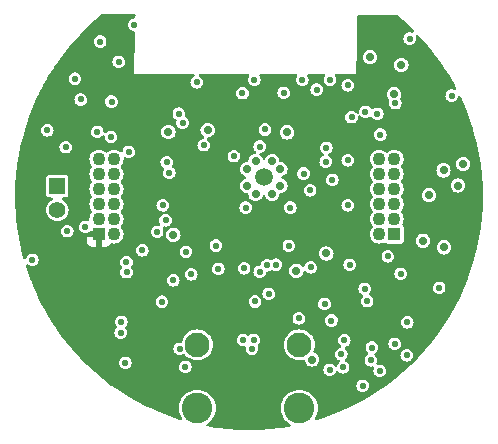
<source format=gbr>
G04 #@! TF.GenerationSoftware,KiCad,Pcbnew,7.0.7*
G04 #@! TF.CreationDate,2024-10-24T15:21:26-07:00*
G04 #@! TF.ProjectId,ESP_POE_1.4b,4553505f-504f-4455-9f31-2e34622e6b69,K*
G04 #@! TF.SameCoordinates,Original*
G04 #@! TF.FileFunction,Copper,L3,Inr*
G04 #@! TF.FilePolarity,Positive*
%FSLAX46Y46*%
G04 Gerber Fmt 4.6, Leading zero omitted, Abs format (unit mm)*
G04 Created by KiCad (PCBNEW 7.0.7) date 2024-10-24 15:21:26*
%MOMM*%
%LPD*%
G01*
G04 APERTURE LIST*
G04 #@! TA.AperFunction,ComponentPad*
%ADD10R,1.400000X1.400000*%
G04 #@! TD*
G04 #@! TA.AperFunction,ComponentPad*
%ADD11C,1.400000*%
G04 #@! TD*
G04 #@! TA.AperFunction,ComponentPad*
%ADD12C,2.100000*%
G04 #@! TD*
G04 #@! TA.AperFunction,ComponentPad*
%ADD13C,2.600000*%
G04 #@! TD*
G04 #@! TA.AperFunction,ComponentPad*
%ADD14R,1.100000X1.100000*%
G04 #@! TD*
G04 #@! TA.AperFunction,ComponentPad*
%ADD15C,1.100000*%
G04 #@! TD*
G04 #@! TA.AperFunction,ComponentPad*
%ADD16C,0.700000*%
G04 #@! TD*
G04 #@! TA.AperFunction,ComponentPad*
%ADD17C,1.500000*%
G04 #@! TD*
G04 #@! TA.AperFunction,ViaPad*
%ADD18C,0.550000*%
G04 #@! TD*
G04 #@! TA.AperFunction,ViaPad*
%ADD19C,0.700000*%
G04 #@! TD*
G04 APERTURE END LIST*
D10*
X74389520Y-143148050D03*
D11*
X74392060Y-145177510D03*
D12*
X86256400Y-156589400D03*
D13*
X86256400Y-161949400D03*
D12*
X94896400Y-156589400D03*
D13*
X94896400Y-161949400D03*
D14*
X77927200Y-147218400D03*
D15*
X79197200Y-147218400D03*
X77927200Y-145948400D03*
X79197200Y-145948400D03*
X77927200Y-144678400D03*
X79197200Y-144678400D03*
X77927200Y-143408400D03*
X79197200Y-143408400D03*
X77927200Y-142138400D03*
X79197200Y-142138400D03*
X77927200Y-140868400D03*
X79197200Y-140868400D03*
D16*
X93288000Y-143120000D03*
X93288000Y-141720000D03*
X92588000Y-143820000D03*
X92588000Y-141020000D03*
D17*
X91888000Y-142420000D03*
D16*
X91188000Y-143820000D03*
X91188000Y-141020000D03*
X90488000Y-143120000D03*
X90488000Y-141720000D03*
D14*
X102920800Y-147218400D03*
D15*
X101650800Y-147218400D03*
X102920800Y-145948400D03*
X101650800Y-145948400D03*
X102920800Y-144678400D03*
X101650800Y-144678400D03*
X102920800Y-143408400D03*
X101650800Y-143408400D03*
X102920800Y-142138400D03*
X101650800Y-142138400D03*
X102920800Y-140868400D03*
X101650800Y-140868400D03*
D18*
X93573600Y-135261600D03*
X76384400Y-135820400D03*
X72288400Y-149402800D03*
X96367600Y-134975600D03*
X98602800Y-158496000D03*
X104241600Y-130657600D03*
X86207600Y-134367600D03*
X97180400Y-139903200D03*
X79774800Y-155549600D03*
X92913200Y-149809200D03*
D19*
X97180400Y-148856298D03*
D18*
X100634800Y-152884800D03*
D19*
X102903979Y-135378187D03*
D18*
X98988000Y-134620000D03*
X103479600Y-150571200D03*
X75239700Y-146964400D03*
X103987600Y-157480000D03*
X95859600Y-150032800D03*
X73558400Y-138430000D03*
X84767299Y-156925237D03*
X77779700Y-138561600D03*
X78028800Y-130911600D03*
X107797600Y-135483600D03*
X105968800Y-137261600D03*
X77984024Y-133483076D03*
X104827901Y-156514800D03*
X106426000Y-133654800D03*
X79552800Y-156819600D03*
X97586800Y-137464800D03*
X103632000Y-153517600D03*
D19*
X85445600Y-143459200D03*
D18*
X83566000Y-134447100D03*
D19*
X103530400Y-132892800D03*
X100868400Y-132232400D03*
D18*
X99314000Y-137312400D03*
X100489115Y-136874658D03*
X101041200Y-156819600D03*
X79603600Y-132638800D03*
D19*
X105867200Y-143916400D03*
D18*
X106730800Y-151771600D03*
X84226400Y-151130000D03*
X86798849Y-139687300D03*
D19*
X93850621Y-138610179D03*
D18*
X80924400Y-129489200D03*
X97028000Y-153130000D03*
X90220800Y-150114000D03*
X87833200Y-148183600D03*
X76758800Y-146608800D03*
X80162400Y-158108400D03*
X100945292Y-157900100D03*
X98988000Y-144780000D03*
X103022400Y-136120300D03*
X101752400Y-138785600D03*
X75895200Y-134061200D03*
X78943200Y-138988800D03*
X80264103Y-150432480D03*
X101498400Y-137026400D03*
X97688400Y-142627600D03*
X92151200Y-149860000D03*
X91024898Y-156179400D03*
X90881200Y-156921200D03*
X91541600Y-150418800D03*
X90127902Y-156179400D03*
D19*
X108762800Y-141274800D03*
X107098899Y-141822000D03*
D18*
X102385801Y-149098000D03*
X95250000Y-142087600D03*
D19*
X105359200Y-147777200D03*
X108305600Y-143103600D03*
D18*
X85750400Y-150622000D03*
D19*
X107141554Y-148336615D03*
D18*
X81603600Y-148590000D03*
D19*
X83810951Y-138569200D03*
X87128700Y-138417300D03*
X94640400Y-150317200D03*
D18*
X83566000Y-146050000D03*
X99163106Y-149809029D03*
X83667600Y-141122400D03*
X84696128Y-137021528D03*
X80257900Y-149606000D03*
X98450400Y-157378400D03*
X91135700Y-152921239D03*
X92298700Y-152280000D03*
X98704400Y-156210000D03*
X83261200Y-152940000D03*
X97485200Y-134162800D03*
X100431600Y-151841200D03*
X94848690Y-154352127D03*
X100252962Y-160044562D03*
X97611543Y-154533468D03*
X85242400Y-158464000D03*
X95808800Y-143510000D03*
X94005254Y-148208854D03*
X79825600Y-154635200D03*
X88036400Y-150164800D03*
X94132400Y-144969500D03*
X89357200Y-140614400D03*
X90358280Y-144969957D03*
X91983560Y-138360400D03*
X101701600Y-158800800D03*
D19*
X95961200Y-157835600D03*
D18*
X102972438Y-156515638D03*
D19*
X84226400Y-147269200D03*
D18*
X75107800Y-139852400D03*
X90078400Y-135280400D03*
X80453800Y-140258800D03*
X85293200Y-148710400D03*
X104038400Y-154686000D03*
X91541600Y-139801600D03*
X97129600Y-141071600D03*
X85007200Y-137787257D03*
X83874200Y-142036800D03*
X83330800Y-144780000D03*
X78994000Y-135991600D03*
X82854800Y-147015200D03*
X95148400Y-134162300D03*
X91084400Y-134144000D03*
X98988000Y-140970000D03*
X97466400Y-158718000D03*
G04 #@! TA.AperFunction,Conductor*
G36*
X80898751Y-128574276D02*
G01*
X80965708Y-128594236D01*
X81011245Y-128647228D01*
X81022184Y-128701993D01*
X81018111Y-128837759D01*
X80996425Y-128904178D01*
X80942273Y-128948329D01*
X80910353Y-128956980D01*
X80786173Y-128973329D01*
X80786172Y-128973329D01*
X80657366Y-129026682D01*
X80546756Y-129111556D01*
X80461882Y-129222166D01*
X80408529Y-129350972D01*
X80408529Y-129350973D01*
X80390331Y-129489200D01*
X80408529Y-129627427D01*
X80461883Y-129756235D01*
X80546756Y-129866844D01*
X80657365Y-129951717D01*
X80786173Y-130005071D01*
X80871197Y-130016264D01*
X80935092Y-130044530D01*
X80973564Y-130102854D01*
X80978955Y-130142921D01*
X80873599Y-133654800D01*
X85921412Y-133654800D01*
X85988451Y-133674485D01*
X86034206Y-133727289D01*
X86044150Y-133796447D01*
X86015125Y-133860003D01*
X85968864Y-133893361D01*
X85940567Y-133905081D01*
X85829956Y-133989956D01*
X85745082Y-134100566D01*
X85704133Y-134199427D01*
X85691729Y-134229373D01*
X85673531Y-134367600D01*
X85691729Y-134505827D01*
X85745083Y-134634635D01*
X85829956Y-134745244D01*
X85940565Y-134830117D01*
X86069373Y-134883471D01*
X86207600Y-134901669D01*
X86345827Y-134883471D01*
X86474635Y-134830117D01*
X86585244Y-134745244D01*
X86670117Y-134634635D01*
X86723471Y-134505827D01*
X86741669Y-134367600D01*
X86723471Y-134229373D01*
X86670117Y-134100566D01*
X86670117Y-134100565D01*
X86585247Y-133989959D01*
X86585245Y-133989957D01*
X86585244Y-133989956D01*
X86474635Y-133905083D01*
X86474634Y-133905082D01*
X86474632Y-133905081D01*
X86446336Y-133893361D01*
X86391932Y-133849520D01*
X86369867Y-133783226D01*
X86387146Y-133715527D01*
X86438283Y-133667916D01*
X86493788Y-133654800D01*
X90540910Y-133654800D01*
X90607949Y-133674485D01*
X90653704Y-133727289D01*
X90663648Y-133796447D01*
X90639285Y-133854287D01*
X90621882Y-133876965D01*
X90575079Y-133989959D01*
X90568529Y-134005773D01*
X90550331Y-134144000D01*
X90568529Y-134282227D01*
X90621883Y-134411035D01*
X90706756Y-134521644D01*
X90817365Y-134606517D01*
X90946173Y-134659871D01*
X91084400Y-134678069D01*
X91222627Y-134659871D01*
X91351435Y-134606517D01*
X91462044Y-134521644D01*
X91546917Y-134411035D01*
X91600271Y-134282227D01*
X91618469Y-134144000D01*
X91600271Y-134005773D01*
X91546917Y-133876966D01*
X91546916Y-133876965D01*
X91529514Y-133854285D01*
X91504321Y-133789115D01*
X91518360Y-133720671D01*
X91567175Y-133670682D01*
X91627891Y-133654800D01*
X94618952Y-133654800D01*
X94685991Y-133674485D01*
X94731746Y-133727289D01*
X94741690Y-133796447D01*
X94717329Y-133854283D01*
X94710756Y-133862851D01*
X94685881Y-133895268D01*
X94632529Y-134024072D01*
X94632529Y-134024073D01*
X94614331Y-134162300D01*
X94632529Y-134300526D01*
X94632529Y-134300527D01*
X94660311Y-134367600D01*
X94685883Y-134429335D01*
X94770756Y-134539944D01*
X94881365Y-134624817D01*
X95010173Y-134678171D01*
X95148400Y-134696369D01*
X95286627Y-134678171D01*
X95415435Y-134624817D01*
X95526044Y-134539944D01*
X95610917Y-134429335D01*
X95664271Y-134300527D01*
X95682469Y-134162300D01*
X95664271Y-134024073D01*
X95610917Y-133895266D01*
X95596875Y-133876966D01*
X95579472Y-133854285D01*
X95554279Y-133789116D01*
X95568318Y-133720671D01*
X95617132Y-133670682D01*
X95677849Y-133654800D01*
X96956135Y-133654800D01*
X97023174Y-133674485D01*
X97068929Y-133727289D01*
X97078873Y-133796447D01*
X97054511Y-133854286D01*
X97022682Y-133895765D01*
X96969536Y-134024073D01*
X96969329Y-134024573D01*
X96951131Y-134162800D01*
X96969329Y-134301027D01*
X97022683Y-134429835D01*
X97107556Y-134540444D01*
X97218165Y-134625317D01*
X97346973Y-134678671D01*
X97485200Y-134696869D01*
X97623427Y-134678671D01*
X97752235Y-134625317D01*
X97759164Y-134620000D01*
X98453931Y-134620000D01*
X98472129Y-134758226D01*
X98472129Y-134758227D01*
X98524207Y-134883956D01*
X98525483Y-134887035D01*
X98610356Y-134997644D01*
X98720965Y-135082517D01*
X98849773Y-135135871D01*
X98988000Y-135154069D01*
X99126227Y-135135871D01*
X99255035Y-135082517D01*
X99365644Y-134997644D01*
X99450517Y-134887035D01*
X99503871Y-134758227D01*
X99522069Y-134620000D01*
X99503871Y-134481773D01*
X99450517Y-134352966D01*
X99450517Y-134352965D01*
X99365647Y-134242359D01*
X99365645Y-134242357D01*
X99365644Y-134242356D01*
X99255035Y-134157483D01*
X99126227Y-134104129D01*
X98988000Y-134085931D01*
X98849773Y-134104129D01*
X98849772Y-134104129D01*
X98720966Y-134157482D01*
X98610356Y-134242356D01*
X98525482Y-134352966D01*
X98472129Y-134481772D01*
X98472129Y-134481773D01*
X98453931Y-134620000D01*
X97759164Y-134620000D01*
X97862844Y-134540444D01*
X97947717Y-134429835D01*
X98001071Y-134301027D01*
X98019269Y-134162800D01*
X98001071Y-134024573D01*
X97958986Y-133922972D01*
X97947717Y-133895765D01*
X97915889Y-133854286D01*
X97890695Y-133789117D01*
X97904734Y-133720672D01*
X97953548Y-133670682D01*
X98014265Y-133654800D01*
X99720399Y-133654800D01*
X99720400Y-133654800D01*
X99728175Y-132892800D01*
X102920684Y-132892800D01*
X102941460Y-133050605D01*
X102941461Y-133050609D01*
X103002368Y-133197655D01*
X103002369Y-133197657D01*
X103002370Y-133197658D01*
X103099266Y-133323934D01*
X103225542Y-133420830D01*
X103372594Y-133481740D01*
X103512040Y-133500098D01*
X103530399Y-133502516D01*
X103530400Y-133502516D01*
X103530401Y-133502516D01*
X103546846Y-133500350D01*
X103688206Y-133481740D01*
X103835258Y-133420830D01*
X103961534Y-133323934D01*
X104058430Y-133197658D01*
X104119340Y-133050606D01*
X104140116Y-132892800D01*
X104119340Y-132734994D01*
X104058430Y-132587942D01*
X103961534Y-132461666D01*
X103835258Y-132364770D01*
X103835257Y-132364769D01*
X103835255Y-132364768D01*
X103688209Y-132303861D01*
X103688207Y-132303860D01*
X103688206Y-132303860D01*
X103557562Y-132286660D01*
X103530401Y-132283084D01*
X103530399Y-132283084D01*
X103372594Y-132303860D01*
X103372590Y-132303861D01*
X103225544Y-132364768D01*
X103099266Y-132461666D01*
X103002368Y-132587944D01*
X102941461Y-132734990D01*
X102941460Y-132734994D01*
X102920684Y-132892799D01*
X102920684Y-132892800D01*
X99728175Y-132892800D01*
X99734914Y-132232400D01*
X100258684Y-132232400D01*
X100279460Y-132390205D01*
X100279461Y-132390209D01*
X100340368Y-132537255D01*
X100340369Y-132537257D01*
X100340370Y-132537258D01*
X100437266Y-132663534D01*
X100563542Y-132760430D01*
X100710594Y-132821340D01*
X100850040Y-132839698D01*
X100868399Y-132842116D01*
X100868400Y-132842116D01*
X100868401Y-132842116D01*
X100884846Y-132839950D01*
X101026206Y-132821340D01*
X101173258Y-132760430D01*
X101299534Y-132663534D01*
X101396430Y-132537258D01*
X101457340Y-132390206D01*
X101478116Y-132232400D01*
X101457340Y-132074594D01*
X101396430Y-131927542D01*
X101299534Y-131801266D01*
X101173258Y-131704370D01*
X101173257Y-131704369D01*
X101173255Y-131704368D01*
X101026209Y-131643461D01*
X101026207Y-131643460D01*
X101026206Y-131643460D01*
X100947302Y-131633072D01*
X100868401Y-131622684D01*
X100868399Y-131622684D01*
X100710594Y-131643460D01*
X100710590Y-131643461D01*
X100563544Y-131704368D01*
X100437266Y-131801266D01*
X100340368Y-131927544D01*
X100279461Y-132074590D01*
X100279460Y-132074594D01*
X100258684Y-132232399D01*
X100258684Y-132232400D01*
X99734914Y-132232400D01*
X99756777Y-130089875D01*
X99769948Y-128799135D01*
X99790316Y-128732300D01*
X99843584Y-128687086D01*
X99893942Y-128676400D01*
X103092651Y-128676400D01*
X103159690Y-128696085D01*
X103172119Y-128705212D01*
X103652993Y-129106673D01*
X103655088Y-129108504D01*
X104308874Y-129706090D01*
X104310885Y-129708013D01*
X104561732Y-129958860D01*
X104595217Y-130020183D01*
X104590233Y-130089875D01*
X104548361Y-130145808D01*
X104482897Y-130170225D01*
X104426599Y-130161102D01*
X104379830Y-130141730D01*
X104379828Y-130141729D01*
X104379827Y-130141729D01*
X104241600Y-130123531D01*
X104103373Y-130141729D01*
X104103372Y-130141729D01*
X103974566Y-130195082D01*
X103863956Y-130279956D01*
X103779082Y-130390566D01*
X103725729Y-130519372D01*
X103725729Y-130519373D01*
X103707531Y-130657600D01*
X103725729Y-130795827D01*
X103779083Y-130924635D01*
X103863956Y-131035244D01*
X103974565Y-131120117D01*
X104103373Y-131173471D01*
X104241600Y-131191669D01*
X104379827Y-131173471D01*
X104508635Y-131120117D01*
X104619244Y-131035244D01*
X104704117Y-130924635D01*
X104757471Y-130795827D01*
X104775669Y-130657600D01*
X104757471Y-130519373D01*
X104738390Y-130473309D01*
X104730922Y-130403844D01*
X104762196Y-130341364D01*
X104822285Y-130305711D01*
X104892110Y-130308204D01*
X104944479Y-130342200D01*
X105536695Y-130990111D01*
X105538526Y-130992206D01*
X106106189Y-131672157D01*
X106107907Y-131674311D01*
X106300718Y-131927542D01*
X106644487Y-132379037D01*
X106646123Y-132381288D01*
X106701809Y-132461666D01*
X107086160Y-133016444D01*
X107150535Y-133109363D01*
X107152068Y-133111685D01*
X107623317Y-133861674D01*
X107624744Y-133864063D01*
X108061862Y-134634423D01*
X108063180Y-134636873D01*
X108158331Y-134823617D01*
X108171227Y-134892286D01*
X108144951Y-134957027D01*
X108087844Y-134997284D01*
X108018039Y-135000276D01*
X108000394Y-134994473D01*
X107935830Y-134967730D01*
X107935828Y-134967729D01*
X107935827Y-134967729D01*
X107797600Y-134949531D01*
X107659373Y-134967729D01*
X107659372Y-134967729D01*
X107530566Y-135021082D01*
X107419956Y-135105956D01*
X107335082Y-135216566D01*
X107281729Y-135345372D01*
X107281729Y-135345373D01*
X107270941Y-135427319D01*
X107263531Y-135483600D01*
X107281729Y-135621827D01*
X107335083Y-135750635D01*
X107419956Y-135861244D01*
X107530565Y-135946117D01*
X107659373Y-135999471D01*
X107797600Y-136017669D01*
X107935827Y-135999471D01*
X108064635Y-135946117D01*
X108175244Y-135861244D01*
X108260117Y-135750635D01*
X108313471Y-135621827D01*
X108313471Y-135621825D01*
X108316581Y-135614318D01*
X108317971Y-135614893D01*
X108349614Y-135562971D01*
X108412459Y-135532437D01*
X108481835Y-135540727D01*
X108535716Y-135585208D01*
X108545930Y-135603438D01*
X108832815Y-136235036D01*
X108833908Y-136237594D01*
X109163655Y-137059642D01*
X109164633Y-137062247D01*
X109457188Y-137898320D01*
X109458045Y-137900957D01*
X109494164Y-138021239D01*
X109712778Y-138749256D01*
X109713519Y-138751939D01*
X109929945Y-139610852D01*
X109930565Y-139613565D01*
X110108237Y-140481311D01*
X110108730Y-140484028D01*
X110231732Y-141260627D01*
X110247292Y-141358871D01*
X110247663Y-141361611D01*
X110343064Y-142208314D01*
X110346837Y-142241801D01*
X110347084Y-142244544D01*
X110406669Y-143128302D01*
X110406794Y-143131082D01*
X110426668Y-144016608D01*
X110426668Y-144019392D01*
X110406794Y-144904917D01*
X110406669Y-144907691D01*
X110347084Y-145791451D01*
X110346837Y-145794195D01*
X110248037Y-146671081D01*
X110247666Y-146674370D01*
X110247292Y-146677128D01*
X110109159Y-147549269D01*
X110108734Y-147551950D01*
X110108237Y-147554688D01*
X109930565Y-148422434D01*
X109929945Y-148425147D01*
X109713519Y-149284060D01*
X109712778Y-149286743D01*
X109458048Y-150135033D01*
X109457188Y-150137679D01*
X109164633Y-150973752D01*
X109163655Y-150976357D01*
X108833908Y-151798405D01*
X108832815Y-151800963D01*
X108466514Y-152607402D01*
X108465306Y-152609909D01*
X108063180Y-153399126D01*
X108061862Y-153401576D01*
X107624744Y-154171936D01*
X107623317Y-154174325D01*
X107152068Y-154924314D01*
X107150535Y-154926636D01*
X106646123Y-155654711D01*
X106644487Y-155656962D01*
X106107924Y-156361667D01*
X106106189Y-156363842D01*
X105538526Y-157043793D01*
X105536695Y-157045888D01*
X104939109Y-157699674D01*
X104937186Y-157701685D01*
X104310885Y-158327986D01*
X104308874Y-158329909D01*
X103655088Y-158927495D01*
X103652993Y-158929326D01*
X102973042Y-159496989D01*
X102970867Y-159498724D01*
X102266162Y-160035287D01*
X102263911Y-160036923D01*
X101535836Y-160541335D01*
X101533514Y-160542868D01*
X100783525Y-161014117D01*
X100781136Y-161015544D01*
X100010776Y-161452662D01*
X100008326Y-161453980D01*
X99219109Y-161856106D01*
X99216602Y-161857314D01*
X98410163Y-162223615D01*
X98407605Y-162224708D01*
X97585557Y-162554455D01*
X97582952Y-162555433D01*
X96746879Y-162847988D01*
X96744233Y-162848848D01*
X96349636Y-162967339D01*
X96279768Y-162967767D01*
X96220760Y-162930353D01*
X96191346Y-162866976D01*
X96200867Y-162797758D01*
X96208239Y-162783802D01*
X96285753Y-162657311D01*
X96379389Y-162431252D01*
X96436509Y-162193329D01*
X96455707Y-161949400D01*
X96436509Y-161705471D01*
X96379389Y-161467548D01*
X96379388Y-161467545D01*
X96379388Y-161467544D01*
X96285755Y-161241492D01*
X96285753Y-161241489D01*
X96157909Y-161032867D01*
X96157903Y-161032858D01*
X95998999Y-160846805D01*
X95998994Y-160846800D01*
X95812941Y-160687896D01*
X95812932Y-160687890D01*
X95604310Y-160560046D01*
X95604307Y-160560044D01*
X95378254Y-160466411D01*
X95140332Y-160409291D01*
X94957382Y-160394892D01*
X94896400Y-160390093D01*
X94896399Y-160390093D01*
X94652467Y-160409291D01*
X94414546Y-160466411D01*
X94414544Y-160466411D01*
X94188492Y-160560044D01*
X94188489Y-160560046D01*
X93979867Y-160687890D01*
X93979858Y-160687896D01*
X93793805Y-160846800D01*
X93793800Y-160846805D01*
X93634896Y-161032858D01*
X93634890Y-161032867D01*
X93507046Y-161241489D01*
X93507044Y-161241492D01*
X93413411Y-161467544D01*
X93413411Y-161467546D01*
X93356291Y-161705467D01*
X93337093Y-161949400D01*
X93356291Y-162193332D01*
X93413411Y-162431253D01*
X93413411Y-162431255D01*
X93507044Y-162657307D01*
X93507046Y-162657310D01*
X93634890Y-162865932D01*
X93634896Y-162865941D01*
X93793800Y-163051994D01*
X93793805Y-163051999D01*
X93979858Y-163210903D01*
X93979866Y-163210909D01*
X94104773Y-163287452D01*
X94151648Y-163339263D01*
X94163071Y-163408193D01*
X94135414Y-163472356D01*
X94077458Y-163511381D01*
X94059381Y-163515652D01*
X93286328Y-163638092D01*
X93283582Y-163638464D01*
X92403398Y-163737637D01*
X92400651Y-163737884D01*
X91516891Y-163797469D01*
X91514117Y-163797594D01*
X90628591Y-163817468D01*
X90625809Y-163817468D01*
X89740282Y-163797594D01*
X89737510Y-163797469D01*
X88853744Y-163737884D01*
X88851008Y-163737637D01*
X87970811Y-163638463D01*
X87968075Y-163638092D01*
X87762041Y-163605460D01*
X87114285Y-163502865D01*
X87051150Y-163472936D01*
X87014219Y-163413624D01*
X87015217Y-163343762D01*
X87053827Y-163285529D01*
X87068884Y-163274670D01*
X87172938Y-163210906D01*
X87358997Y-163051997D01*
X87517906Y-162865938D01*
X87645753Y-162657311D01*
X87645756Y-162657305D01*
X87739388Y-162431255D01*
X87739388Y-162431254D01*
X87739389Y-162431252D01*
X87796509Y-162193329D01*
X87815707Y-161949400D01*
X87796509Y-161705471D01*
X87739389Y-161467548D01*
X87739388Y-161467545D01*
X87739388Y-161467544D01*
X87645755Y-161241492D01*
X87645753Y-161241489D01*
X87517909Y-161032867D01*
X87517903Y-161032858D01*
X87358999Y-160846805D01*
X87358994Y-160846800D01*
X87172941Y-160687896D01*
X87172932Y-160687890D01*
X86964310Y-160560046D01*
X86964307Y-160560044D01*
X86738254Y-160466411D01*
X86500332Y-160409291D01*
X86256400Y-160390093D01*
X86012467Y-160409291D01*
X85774546Y-160466411D01*
X85774544Y-160466411D01*
X85548492Y-160560044D01*
X85548489Y-160560046D01*
X85339867Y-160687890D01*
X85339858Y-160687896D01*
X85153805Y-160846800D01*
X85153800Y-160846805D01*
X84994896Y-161032858D01*
X84994890Y-161032867D01*
X84867046Y-161241489D01*
X84867044Y-161241492D01*
X84773411Y-161467544D01*
X84773411Y-161467546D01*
X84716291Y-161705467D01*
X84697093Y-161949399D01*
X84716291Y-162193332D01*
X84773411Y-162431253D01*
X84773411Y-162431255D01*
X84867043Y-162657304D01*
X84921641Y-162746400D01*
X84939885Y-162813846D01*
X84918768Y-162880449D01*
X84864996Y-162925062D01*
X84795641Y-162933522D01*
X84780255Y-162929952D01*
X84510157Y-162848845D01*
X84507520Y-162847988D01*
X83671447Y-162555433D01*
X83668842Y-162554455D01*
X82846794Y-162224708D01*
X82844236Y-162223615D01*
X82482944Y-162059508D01*
X82037778Y-161857305D01*
X82035290Y-161856106D01*
X81246073Y-161453980D01*
X81243623Y-161452662D01*
X80473263Y-161015544D01*
X80470874Y-161014117D01*
X79720885Y-160542868D01*
X79718563Y-160541335D01*
X79669117Y-160507079D01*
X79001514Y-160044562D01*
X99718893Y-160044562D01*
X99737091Y-160182789D01*
X99790445Y-160311597D01*
X99875318Y-160422206D01*
X99985927Y-160507079D01*
X100114735Y-160560433D01*
X100252962Y-160578631D01*
X100391189Y-160560433D01*
X100519997Y-160507079D01*
X100630606Y-160422206D01*
X100715479Y-160311597D01*
X100768833Y-160182789D01*
X100787031Y-160044562D01*
X100768833Y-159906335D01*
X100715479Y-159777528D01*
X100715479Y-159777527D01*
X100630609Y-159666921D01*
X100630607Y-159666919D01*
X100630606Y-159666918D01*
X100519997Y-159582045D01*
X100391189Y-159528691D01*
X100252962Y-159510493D01*
X100114735Y-159528691D01*
X100114734Y-159528691D01*
X99985928Y-159582044D01*
X99875318Y-159666918D01*
X99790444Y-159777528D01*
X99737091Y-159906334D01*
X99737091Y-159906335D01*
X99718893Y-160044562D01*
X79001514Y-160044562D01*
X78990488Y-160036923D01*
X78988237Y-160035287D01*
X78504433Y-159666918D01*
X78283511Y-159498707D01*
X78281357Y-159496989D01*
X77601406Y-158929326D01*
X77599311Y-158927495D01*
X76945525Y-158329909D01*
X76943514Y-158327986D01*
X76723928Y-158108400D01*
X79628331Y-158108400D01*
X79636064Y-158167133D01*
X79646529Y-158246626D01*
X79646529Y-158246627D01*
X79694993Y-158363631D01*
X79699883Y-158375435D01*
X79784756Y-158486044D01*
X79895365Y-158570917D01*
X80024173Y-158624271D01*
X80162400Y-158642469D01*
X80300627Y-158624271D01*
X80429435Y-158570917D01*
X80540044Y-158486044D01*
X80556959Y-158464000D01*
X84708331Y-158464000D01*
X84726529Y-158602226D01*
X84726529Y-158602227D01*
X84735659Y-158624270D01*
X84779883Y-158731035D01*
X84864756Y-158841644D01*
X84975365Y-158926517D01*
X85104173Y-158979871D01*
X85242400Y-158998069D01*
X85380627Y-158979871D01*
X85509435Y-158926517D01*
X85620044Y-158841644D01*
X85704917Y-158731035D01*
X85710316Y-158718000D01*
X96932331Y-158718000D01*
X96943285Y-158801207D01*
X96950529Y-158856226D01*
X96950529Y-158856227D01*
X97001743Y-158979870D01*
X97003883Y-158985035D01*
X97088756Y-159095644D01*
X97199365Y-159180517D01*
X97328173Y-159233871D01*
X97466400Y-159252069D01*
X97604627Y-159233871D01*
X97733435Y-159180517D01*
X97844044Y-159095644D01*
X97928917Y-158985035D01*
X97980544Y-158860395D01*
X98024383Y-158805993D01*
X98090677Y-158783928D01*
X98158377Y-158801207D01*
X98193477Y-158832360D01*
X98225156Y-158873644D01*
X98335765Y-158958517D01*
X98464573Y-159011871D01*
X98602800Y-159030069D01*
X98741027Y-159011871D01*
X98869835Y-158958517D01*
X98980444Y-158873644D01*
X99065317Y-158763035D01*
X99118671Y-158634227D01*
X99136869Y-158496000D01*
X99118671Y-158357773D01*
X99076301Y-158255483D01*
X99065317Y-158228965D01*
X98980447Y-158118359D01*
X98980445Y-158118357D01*
X98980444Y-158118356D01*
X98869835Y-158033483D01*
X98869833Y-158033482D01*
X98806308Y-158007169D01*
X98751905Y-157963328D01*
X98730861Y-157900100D01*
X100411223Y-157900100D01*
X100429421Y-158038326D01*
X100429421Y-158038327D01*
X100461162Y-158114958D01*
X100482775Y-158167135D01*
X100567648Y-158277744D01*
X100678257Y-158362617D01*
X100807065Y-158415971D01*
X100945292Y-158434169D01*
X101083519Y-158415971D01*
X101083522Y-158415969D01*
X101086724Y-158415548D01*
X101155759Y-158426313D01*
X101208015Y-158472693D01*
X101226901Y-158539962D01*
X101217471Y-158585939D01*
X101185730Y-158662569D01*
X101185729Y-158662573D01*
X101167531Y-158800800D01*
X101185729Y-158939026D01*
X101185729Y-158939027D01*
X101215901Y-159011870D01*
X101239083Y-159067835D01*
X101323956Y-159178444D01*
X101434565Y-159263317D01*
X101563373Y-159316671D01*
X101701600Y-159334869D01*
X101839827Y-159316671D01*
X101968635Y-159263317D01*
X102079244Y-159178444D01*
X102164117Y-159067835D01*
X102217471Y-158939027D01*
X102235669Y-158800800D01*
X102217471Y-158662573D01*
X102183174Y-158579773D01*
X102164117Y-158533765D01*
X102079247Y-158423159D01*
X102079245Y-158423157D01*
X102079244Y-158423156D01*
X101968635Y-158338283D01*
X101948418Y-158329909D01*
X101930906Y-158322655D01*
X101839827Y-158284929D01*
X101701600Y-158266731D01*
X101701599Y-158266731D01*
X101560166Y-158285351D01*
X101491131Y-158274585D01*
X101438875Y-158228205D01*
X101419990Y-158160936D01*
X101429418Y-158114964D01*
X101461163Y-158038327D01*
X101479361Y-157900100D01*
X101461163Y-157761873D01*
X101413118Y-157645882D01*
X101407809Y-157633065D01*
X101322937Y-157522457D01*
X101284761Y-157493163D01*
X101275150Y-157480000D01*
X103453531Y-157480000D01*
X103459121Y-157522456D01*
X103471729Y-157618226D01*
X103471729Y-157618227D01*
X103477875Y-157633066D01*
X103525083Y-157747035D01*
X103609956Y-157857644D01*
X103720565Y-157942517D01*
X103849373Y-157995871D01*
X103987600Y-158014069D01*
X104125827Y-157995871D01*
X104254635Y-157942517D01*
X104365244Y-157857644D01*
X104450117Y-157747035D01*
X104503471Y-157618227D01*
X104521669Y-157480000D01*
X104503471Y-157341773D01*
X104450117Y-157212966D01*
X104450117Y-157212965D01*
X104365247Y-157102359D01*
X104365245Y-157102357D01*
X104365244Y-157102356D01*
X104254635Y-157017483D01*
X104125827Y-156964129D01*
X103987600Y-156945931D01*
X103849373Y-156964129D01*
X103849372Y-156964129D01*
X103720566Y-157017482D01*
X103609956Y-157102356D01*
X103525082Y-157212966D01*
X103471729Y-157341772D01*
X103471729Y-157341773D01*
X103456256Y-157459305D01*
X103453531Y-157480000D01*
X101275150Y-157480000D01*
X101243559Y-157436735D01*
X101239404Y-157366989D01*
X101273617Y-157306069D01*
X101301910Y-157287413D01*
X101301198Y-157286180D01*
X101308230Y-157282120D01*
X101308232Y-157282117D01*
X101308235Y-157282117D01*
X101418844Y-157197244D01*
X101503717Y-157086635D01*
X101557071Y-156957827D01*
X101575269Y-156819600D01*
X101557071Y-156681373D01*
X101518974Y-156589400D01*
X101503717Y-156552565D01*
X101475382Y-156515638D01*
X102438369Y-156515638D01*
X102456567Y-156653864D01*
X102456567Y-156653865D01*
X102499978Y-156758670D01*
X102509921Y-156782673D01*
X102594794Y-156893282D01*
X102705403Y-156978155D01*
X102834211Y-157031509D01*
X102972438Y-157049707D01*
X103110665Y-157031509D01*
X103239473Y-156978155D01*
X103350082Y-156893282D01*
X103434955Y-156782673D01*
X103488309Y-156653865D01*
X103506507Y-156515638D01*
X103488309Y-156377411D01*
X103434955Y-156248604D01*
X103434955Y-156248603D01*
X103350085Y-156137997D01*
X103350083Y-156137995D01*
X103350082Y-156137994D01*
X103239473Y-156053121D01*
X103110665Y-155999767D01*
X102972438Y-155981569D01*
X102834211Y-155999767D01*
X102834210Y-155999767D01*
X102705404Y-156053120D01*
X102594794Y-156137994D01*
X102509920Y-156248604D01*
X102456567Y-156377410D01*
X102456567Y-156377411D01*
X102438369Y-156515638D01*
X101475382Y-156515638D01*
X101418847Y-156441959D01*
X101418845Y-156441957D01*
X101418844Y-156441956D01*
X101308235Y-156357083D01*
X101179427Y-156303729D01*
X101041200Y-156285531D01*
X100902973Y-156303729D01*
X100902972Y-156303729D01*
X100774166Y-156357082D01*
X100663556Y-156441956D01*
X100578682Y-156552566D01*
X100534926Y-156658203D01*
X100525329Y-156681373D01*
X100507131Y-156819600D01*
X100521038Y-156925237D01*
X100525329Y-156957826D01*
X100525329Y-156957827D01*
X100563386Y-157049706D01*
X100578683Y-157086635D01*
X100663556Y-157197244D01*
X100701731Y-157226536D01*
X100742932Y-157282963D01*
X100747087Y-157352709D01*
X100712875Y-157413630D01*
X100684587Y-157432289D01*
X100685297Y-157433518D01*
X100678261Y-157437580D01*
X100567648Y-157522456D01*
X100482774Y-157633066D01*
X100429421Y-157761872D01*
X100429421Y-157761873D01*
X100411223Y-157900100D01*
X98730861Y-157900100D01*
X98729840Y-157897033D01*
X98747119Y-157829334D01*
X98778269Y-157794237D01*
X98828044Y-157756044D01*
X98912917Y-157645435D01*
X98966271Y-157516627D01*
X98984469Y-157378400D01*
X98966271Y-157240173D01*
X98912917Y-157111366D01*
X98912917Y-157111365D01*
X98828046Y-157000757D01*
X98761905Y-156950006D01*
X98720702Y-156893578D01*
X98716547Y-156823832D01*
X98750759Y-156762912D01*
X98812477Y-156730159D01*
X98821202Y-156728691D01*
X98842627Y-156725871D01*
X98971435Y-156672517D01*
X99082044Y-156587644D01*
X99166917Y-156477035D01*
X99220271Y-156348227D01*
X99238469Y-156210000D01*
X99220271Y-156071773D01*
X99166917Y-155942966D01*
X99166917Y-155942965D01*
X99082047Y-155832359D01*
X99082045Y-155832357D01*
X99082044Y-155832356D01*
X98971435Y-155747483D01*
X98842627Y-155694129D01*
X98704400Y-155675931D01*
X98566173Y-155694129D01*
X98566172Y-155694129D01*
X98437366Y-155747482D01*
X98326756Y-155832356D01*
X98241882Y-155942966D01*
X98191139Y-156065471D01*
X98188529Y-156071773D01*
X98170331Y-156210000D01*
X98184500Y-156317627D01*
X98188529Y-156348226D01*
X98188529Y-156348227D01*
X98235953Y-156462720D01*
X98241883Y-156477035D01*
X98303661Y-156557546D01*
X98326757Y-156587645D01*
X98392894Y-156638393D01*
X98434097Y-156694821D01*
X98438252Y-156764567D01*
X98404040Y-156825487D01*
X98342323Y-156858240D01*
X98333598Y-156859708D01*
X98312172Y-156862529D01*
X98183366Y-156915882D01*
X98072756Y-157000756D01*
X97987882Y-157111366D01*
X97934529Y-157240172D01*
X97934529Y-157240173D01*
X97916331Y-157378400D01*
X97923587Y-157433518D01*
X97934529Y-157516626D01*
X97934529Y-157516627D01*
X97982759Y-157633066D01*
X97987883Y-157645435D01*
X98072756Y-157756044D01*
X98183365Y-157840917D01*
X98183366Y-157840917D01*
X98183367Y-157840918D01*
X98246890Y-157867230D01*
X98301294Y-157911071D01*
X98323359Y-157977365D01*
X98306080Y-158045064D01*
X98274925Y-158080166D01*
X98225156Y-158118355D01*
X98140282Y-158228966D01*
X98088656Y-158353603D01*
X98044815Y-158408006D01*
X97978521Y-158430071D01*
X97910821Y-158412792D01*
X97875718Y-158381635D01*
X97861903Y-158363631D01*
X97844044Y-158340356D01*
X97733435Y-158255483D01*
X97604627Y-158202129D01*
X97466400Y-158183931D01*
X97328173Y-158202129D01*
X97328172Y-158202129D01*
X97199366Y-158255482D01*
X97088756Y-158340356D01*
X97003882Y-158450966D01*
X96967019Y-158539962D01*
X96950529Y-158579773D01*
X96932331Y-158718000D01*
X85710316Y-158718000D01*
X85758271Y-158602227D01*
X85776469Y-158464000D01*
X85758271Y-158325773D01*
X85704917Y-158196966D01*
X85704917Y-158196965D01*
X85620047Y-158086359D01*
X85620045Y-158086357D01*
X85620044Y-158086356D01*
X85509435Y-158001483D01*
X85495886Y-157995871D01*
X85433846Y-157970173D01*
X85380627Y-157948129D01*
X85242400Y-157929931D01*
X85104173Y-157948129D01*
X85104172Y-157948129D01*
X84975366Y-158001482D01*
X84864756Y-158086356D01*
X84779882Y-158196966D01*
X84726529Y-158325772D01*
X84726529Y-158325773D01*
X84708331Y-158464000D01*
X80556959Y-158464000D01*
X80624917Y-158375435D01*
X80678271Y-158246627D01*
X80696469Y-158108400D01*
X80678271Y-157970173D01*
X80640500Y-157878987D01*
X80624917Y-157841365D01*
X80540047Y-157730759D01*
X80540045Y-157730757D01*
X80540044Y-157730756D01*
X80429435Y-157645883D01*
X80428353Y-157645435D01*
X80362665Y-157618226D01*
X80300627Y-157592529D01*
X80162400Y-157574331D01*
X80024173Y-157592529D01*
X80024172Y-157592529D01*
X79895366Y-157645882D01*
X79784756Y-157730756D01*
X79699882Y-157841366D01*
X79651255Y-157958763D01*
X79646529Y-157970173D01*
X79628331Y-158108400D01*
X76723928Y-158108400D01*
X76317213Y-157701685D01*
X76315290Y-157699674D01*
X75717704Y-157045888D01*
X75715873Y-157043793D01*
X75616895Y-156925237D01*
X84233230Y-156925237D01*
X84251428Y-157063464D01*
X84304782Y-157192272D01*
X84389655Y-157302881D01*
X84500264Y-157387754D01*
X84629072Y-157441108D01*
X84767299Y-157459306D01*
X84905526Y-157441108D01*
X85034334Y-157387754D01*
X85054239Y-157372480D01*
X85119406Y-157347286D01*
X85187851Y-157361323D01*
X85231298Y-157399730D01*
X85253274Y-157431114D01*
X85253281Y-157431122D01*
X85414677Y-157592518D01*
X85414687Y-157592527D01*
X85601654Y-157723444D01*
X85601658Y-157723446D01*
X85808530Y-157819912D01*
X86029011Y-157878989D01*
X86191431Y-157893199D01*
X86256398Y-157898883D01*
X86256400Y-157898883D01*
X86256402Y-157898883D01*
X86313247Y-157893909D01*
X86483789Y-157878989D01*
X86704270Y-157819912D01*
X86911142Y-157723446D01*
X86943634Y-157700695D01*
X87098112Y-157592527D01*
X87098112Y-157592526D01*
X87098119Y-157592522D01*
X87259522Y-157431119D01*
X87390446Y-157244142D01*
X87486912Y-157037270D01*
X87545989Y-156816789D01*
X87565883Y-156589400D01*
X87565729Y-156587645D01*
X87553375Y-156446433D01*
X87545989Y-156362011D01*
X87497059Y-156179400D01*
X89593833Y-156179400D01*
X89611093Y-156310506D01*
X89612031Y-156317626D01*
X89612031Y-156317627D01*
X89659491Y-156432207D01*
X89665385Y-156446435D01*
X89750258Y-156557044D01*
X89860867Y-156641917D01*
X89989675Y-156695271D01*
X90127902Y-156713469D01*
X90218613Y-156701526D01*
X90287645Y-156712291D01*
X90339901Y-156758670D01*
X90358787Y-156825939D01*
X90357735Y-156840650D01*
X90347831Y-156915882D01*
X90347131Y-156921200D01*
X90361654Y-157031508D01*
X90365329Y-157059426D01*
X90365329Y-157059427D01*
X90404892Y-157154942D01*
X90418683Y-157188235D01*
X90503556Y-157298844D01*
X90614165Y-157383717D01*
X90742973Y-157437071D01*
X90881200Y-157455269D01*
X91019427Y-157437071D01*
X91148235Y-157383717D01*
X91258844Y-157298844D01*
X91343717Y-157188235D01*
X91397071Y-157059427D01*
X91415269Y-156921200D01*
X91397071Y-156782973D01*
X91363788Y-156702623D01*
X91356320Y-156633156D01*
X91378222Y-156589401D01*
X93586917Y-156589401D01*
X93606810Y-156816783D01*
X93606812Y-156816794D01*
X93665885Y-157037262D01*
X93665887Y-157037266D01*
X93665888Y-157037270D01*
X93700439Y-157111365D01*
X93762353Y-157244141D01*
X93762355Y-157244145D01*
X93893272Y-157431112D01*
X93893281Y-157431122D01*
X94054677Y-157592518D01*
X94054687Y-157592527D01*
X94241654Y-157723444D01*
X94241658Y-157723446D01*
X94448530Y-157819912D01*
X94669011Y-157878989D01*
X94831431Y-157893199D01*
X94896398Y-157898883D01*
X94896400Y-157898883D01*
X94896402Y-157898883D01*
X94953247Y-157893909D01*
X95123789Y-157878989D01*
X95212668Y-157855174D01*
X95282516Y-157856837D01*
X95340379Y-157895999D01*
X95367699Y-157958763D01*
X95372260Y-157993404D01*
X95372261Y-157993409D01*
X95433168Y-158140455D01*
X95433169Y-158140457D01*
X95433170Y-158140458D01*
X95530066Y-158266734D01*
X95656342Y-158363630D01*
X95803394Y-158424540D01*
X95942840Y-158442898D01*
X95961199Y-158445316D01*
X95961200Y-158445316D01*
X95961201Y-158445316D01*
X95977646Y-158443150D01*
X96119006Y-158424540D01*
X96266058Y-158363630D01*
X96392334Y-158266734D01*
X96489230Y-158140458D01*
X96550140Y-157993406D01*
X96570916Y-157835600D01*
X96550140Y-157677794D01*
X96489230Y-157530742D01*
X96392334Y-157404466D01*
X96266058Y-157307570D01*
X96266057Y-157307569D01*
X96266055Y-157307568D01*
X96163470Y-157265077D01*
X96109066Y-157221237D01*
X96087001Y-157154942D01*
X96098540Y-157098112D01*
X96126912Y-157037270D01*
X96185989Y-156816789D01*
X96205883Y-156589400D01*
X96205729Y-156587645D01*
X96193375Y-156446433D01*
X96185989Y-156362011D01*
X96126912Y-156141530D01*
X96030446Y-155934659D01*
X96030444Y-155934655D01*
X95934897Y-155798201D01*
X95899522Y-155747681D01*
X95738119Y-155586278D01*
X95738117Y-155586276D01*
X95738112Y-155586272D01*
X95551145Y-155455355D01*
X95551141Y-155455353D01*
X95447705Y-155407121D01*
X95344270Y-155358888D01*
X95344266Y-155358887D01*
X95344262Y-155358885D01*
X95123794Y-155299812D01*
X95123790Y-155299811D01*
X95123789Y-155299811D01*
X95123788Y-155299810D01*
X95123783Y-155299810D01*
X94896402Y-155279917D01*
X94896398Y-155279917D01*
X94669016Y-155299810D01*
X94669005Y-155299812D01*
X94448537Y-155358885D01*
X94448528Y-155358889D01*
X94241659Y-155455353D01*
X94241655Y-155455355D01*
X94054680Y-155586278D01*
X93893278Y-155747680D01*
X93762355Y-155934655D01*
X93762353Y-155934659D01*
X93692869Y-156083669D01*
X93667536Y-156137997D01*
X93665889Y-156141528D01*
X93665885Y-156141537D01*
X93606812Y-156362005D01*
X93606810Y-156362016D01*
X93586917Y-156589398D01*
X93586917Y-156589401D01*
X91378222Y-156589401D01*
X91387595Y-156570677D01*
X91402039Y-156557546D01*
X91402535Y-156557050D01*
X91402536Y-156557048D01*
X91402542Y-156557044D01*
X91487415Y-156446435D01*
X91540769Y-156317627D01*
X91558967Y-156179400D01*
X91540769Y-156041173D01*
X91496649Y-155934659D01*
X91487415Y-155912365D01*
X91402545Y-155801759D01*
X91402543Y-155801757D01*
X91402542Y-155801756D01*
X91291933Y-155716883D01*
X91163125Y-155663529D01*
X91024898Y-155645331D01*
X90886671Y-155663529D01*
X90886670Y-155663529D01*
X90757864Y-155716882D01*
X90651884Y-155798202D01*
X90586715Y-155823395D01*
X90518270Y-155809356D01*
X90500913Y-155798201D01*
X90394938Y-155716883D01*
X90330533Y-155690206D01*
X90266129Y-155663529D01*
X90127902Y-155645331D01*
X89989675Y-155663529D01*
X89989674Y-155663529D01*
X89860868Y-155716882D01*
X89750258Y-155801756D01*
X89665384Y-155912366D01*
X89624066Y-156012117D01*
X89612031Y-156041173D01*
X89593833Y-156179400D01*
X87497059Y-156179400D01*
X87486912Y-156141530D01*
X87390446Y-155934659D01*
X87390444Y-155934655D01*
X87294897Y-155798201D01*
X87259522Y-155747681D01*
X87098119Y-155586278D01*
X87098117Y-155586276D01*
X87098112Y-155586272D01*
X86911145Y-155455355D01*
X86911141Y-155455353D01*
X86807705Y-155407121D01*
X86704270Y-155358888D01*
X86704266Y-155358887D01*
X86704262Y-155358885D01*
X86483794Y-155299812D01*
X86483790Y-155299811D01*
X86483789Y-155299811D01*
X86483788Y-155299810D01*
X86483783Y-155299810D01*
X86256402Y-155279917D01*
X86256398Y-155279917D01*
X86029016Y-155299810D01*
X86029005Y-155299812D01*
X85808537Y-155358885D01*
X85808528Y-155358889D01*
X85601659Y-155455353D01*
X85601655Y-155455355D01*
X85414680Y-155586278D01*
X85253278Y-155747680D01*
X85122355Y-155934655D01*
X85122353Y-155934659D01*
X85052869Y-156083669D01*
X85027536Y-156137997D01*
X85025889Y-156141528D01*
X85025886Y-156141534D01*
X84980611Y-156310506D01*
X84944246Y-156370166D01*
X84881399Y-156400695D01*
X84844651Y-156401351D01*
X84767300Y-156391168D01*
X84767299Y-156391168D01*
X84629072Y-156409366D01*
X84629071Y-156409366D01*
X84500265Y-156462719D01*
X84389655Y-156547593D01*
X84304781Y-156658203D01*
X84260724Y-156764567D01*
X84251428Y-156787010D01*
X84233230Y-156925237D01*
X75616895Y-156925237D01*
X75148210Y-156363842D01*
X75146496Y-156361694D01*
X74725945Y-155809356D01*
X74609912Y-155656962D01*
X74608276Y-155654711D01*
X74560868Y-155586281D01*
X74535455Y-155549600D01*
X79240731Y-155549600D01*
X79258929Y-155687826D01*
X79258929Y-155687827D01*
X79284408Y-155749340D01*
X79312283Y-155816635D01*
X79397156Y-155927244D01*
X79507765Y-156012117D01*
X79636573Y-156065471D01*
X79774800Y-156083669D01*
X79913027Y-156065471D01*
X80041835Y-156012117D01*
X80152444Y-155927244D01*
X80237317Y-155816635D01*
X80290671Y-155687827D01*
X80308869Y-155549600D01*
X80290671Y-155411373D01*
X80237317Y-155282566D01*
X80235284Y-155279917D01*
X80169910Y-155194717D01*
X80144717Y-155129548D01*
X80158756Y-155061103D01*
X80192801Y-155020856D01*
X80203244Y-155012844D01*
X80288117Y-154902235D01*
X80341471Y-154773427D01*
X80359669Y-154635200D01*
X80341471Y-154496973D01*
X80288117Y-154368166D01*
X80288117Y-154368165D01*
X80275811Y-154352127D01*
X94314621Y-154352127D01*
X94332819Y-154490354D01*
X94386173Y-154619162D01*
X94471046Y-154729771D01*
X94581655Y-154814644D01*
X94710463Y-154867998D01*
X94848690Y-154886196D01*
X94986917Y-154867998D01*
X95115725Y-154814644D01*
X95226334Y-154729771D01*
X95311207Y-154619162D01*
X95346703Y-154533468D01*
X97077474Y-154533468D01*
X97095672Y-154671695D01*
X97149026Y-154800503D01*
X97233899Y-154911112D01*
X97344508Y-154995985D01*
X97473316Y-155049339D01*
X97611543Y-155067537D01*
X97749770Y-155049339D01*
X97878578Y-154995985D01*
X97989187Y-154911112D01*
X98074060Y-154800503D01*
X98121489Y-154686000D01*
X103504331Y-154686000D01*
X103519405Y-154800501D01*
X103522529Y-154824226D01*
X103522529Y-154824227D01*
X103558517Y-154911111D01*
X103575883Y-154953035D01*
X103660756Y-155063644D01*
X103771365Y-155148517D01*
X103900173Y-155201871D01*
X104038400Y-155220069D01*
X104176627Y-155201871D01*
X104305435Y-155148517D01*
X104416044Y-155063644D01*
X104500917Y-154953035D01*
X104554271Y-154824227D01*
X104572469Y-154686000D01*
X104554271Y-154547773D01*
X104500917Y-154418966D01*
X104500917Y-154418965D01*
X104416047Y-154308359D01*
X104416045Y-154308357D01*
X104416044Y-154308356D01*
X104305435Y-154223483D01*
X104176627Y-154170129D01*
X104038400Y-154151931D01*
X103900173Y-154170129D01*
X103900172Y-154170129D01*
X103771366Y-154223482D01*
X103660756Y-154308356D01*
X103575882Y-154418966D01*
X103528454Y-154533468D01*
X103522529Y-154547773D01*
X103504331Y-154686000D01*
X98121489Y-154686000D01*
X98127414Y-154671695D01*
X98145612Y-154533468D01*
X98127414Y-154395241D01*
X98074060Y-154266434D01*
X98074060Y-154266433D01*
X97989190Y-154155827D01*
X97989188Y-154155825D01*
X97989187Y-154155824D01*
X97878578Y-154070951D01*
X97749770Y-154017597D01*
X97611543Y-153999399D01*
X97473316Y-154017597D01*
X97473315Y-154017597D01*
X97344509Y-154070950D01*
X97233899Y-154155824D01*
X97149025Y-154266434D01*
X97095672Y-154395240D01*
X97095672Y-154395241D01*
X97077474Y-154533468D01*
X95346703Y-154533468D01*
X95364561Y-154490354D01*
X95382759Y-154352127D01*
X95364561Y-154213900D01*
X95311207Y-154085093D01*
X95311207Y-154085092D01*
X95226337Y-153974486D01*
X95226335Y-153974484D01*
X95226334Y-153974483D01*
X95115725Y-153889610D01*
X94986917Y-153836256D01*
X94848690Y-153818058D01*
X94710463Y-153836256D01*
X94710462Y-153836256D01*
X94581656Y-153889609D01*
X94471046Y-153974483D01*
X94386172Y-154085093D01*
X94332819Y-154213899D01*
X94332819Y-154213900D01*
X94314621Y-154352127D01*
X80275811Y-154352127D01*
X80203247Y-154257559D01*
X80203245Y-154257557D01*
X80203244Y-154257556D01*
X80092635Y-154172683D01*
X79963827Y-154119329D01*
X79825600Y-154101131D01*
X79687373Y-154119329D01*
X79687372Y-154119329D01*
X79558566Y-154172682D01*
X79447956Y-154257556D01*
X79363082Y-154368166D01*
X79309729Y-154496972D01*
X79309729Y-154496973D01*
X79291531Y-154635200D01*
X79303982Y-154729770D01*
X79309729Y-154773426D01*
X79309729Y-154773427D01*
X79348901Y-154867998D01*
X79363083Y-154902235D01*
X79430490Y-154990082D01*
X79455683Y-155055248D01*
X79441645Y-155123693D01*
X79407603Y-155163939D01*
X79397156Y-155171955D01*
X79312282Y-155282566D01*
X79258929Y-155411372D01*
X79258929Y-155411373D01*
X79240731Y-155549600D01*
X74535455Y-155549600D01*
X74103855Y-154926623D01*
X74102331Y-154924314D01*
X74066945Y-154867998D01*
X73631082Y-154174325D01*
X73629655Y-154171936D01*
X73331155Y-153645871D01*
X73192531Y-153401566D01*
X73191219Y-153399126D01*
X72957283Y-152940000D01*
X82727131Y-152940000D01*
X82745329Y-153078226D01*
X82745329Y-153078227D01*
X82775817Y-153151833D01*
X82798683Y-153207035D01*
X82883556Y-153317644D01*
X82994165Y-153402517D01*
X83122973Y-153455871D01*
X83261200Y-153474069D01*
X83399427Y-153455871D01*
X83528235Y-153402517D01*
X83638844Y-153317644D01*
X83723717Y-153207035D01*
X83777071Y-153078227D01*
X83795269Y-152940000D01*
X83792799Y-152921239D01*
X90601631Y-152921239D01*
X90619829Y-153059466D01*
X90673183Y-153188274D01*
X90758056Y-153298883D01*
X90868665Y-153383756D01*
X90997473Y-153437110D01*
X91135700Y-153455308D01*
X91273927Y-153437110D01*
X91402735Y-153383756D01*
X91513344Y-153298883D01*
X91598217Y-153188274D01*
X91622355Y-153130000D01*
X96493931Y-153130000D01*
X96512129Y-153268227D01*
X96565483Y-153397035D01*
X96650356Y-153507644D01*
X96760965Y-153592517D01*
X96889773Y-153645871D01*
X97028000Y-153664069D01*
X97166227Y-153645871D01*
X97295035Y-153592517D01*
X97405644Y-153507644D01*
X97490517Y-153397035D01*
X97543871Y-153268227D01*
X97562069Y-153130000D01*
X97543871Y-152991773D01*
X97490517Y-152862966D01*
X97490517Y-152862965D01*
X97405647Y-152752359D01*
X97405645Y-152752357D01*
X97405644Y-152752356D01*
X97295035Y-152667483D01*
X97166227Y-152614129D01*
X97028000Y-152595931D01*
X96889773Y-152614129D01*
X96889772Y-152614129D01*
X96760966Y-152667482D01*
X96650356Y-152752356D01*
X96565482Y-152862966D01*
X96541345Y-152921239D01*
X96512129Y-152991773D01*
X96493931Y-153130000D01*
X91622355Y-153130000D01*
X91651571Y-153059466D01*
X91669769Y-152921239D01*
X91651571Y-152783012D01*
X91603717Y-152667482D01*
X91598217Y-152654204D01*
X91513347Y-152543598D01*
X91513345Y-152543596D01*
X91513344Y-152543595D01*
X91402735Y-152458722D01*
X91273927Y-152405368D01*
X91135700Y-152387170D01*
X90997473Y-152405368D01*
X90997472Y-152405368D01*
X90868666Y-152458721D01*
X90758056Y-152543595D01*
X90673182Y-152654205D01*
X90619829Y-152783011D01*
X90619829Y-152783012D01*
X90601631Y-152921239D01*
X83792799Y-152921239D01*
X83777071Y-152801773D01*
X83723717Y-152672966D01*
X83723717Y-152672965D01*
X83638847Y-152562359D01*
X83638845Y-152562357D01*
X83638844Y-152562356D01*
X83528235Y-152477483D01*
X83399427Y-152424129D01*
X83261200Y-152405931D01*
X83122973Y-152424129D01*
X83122972Y-152424129D01*
X82994166Y-152477482D01*
X82883556Y-152562356D01*
X82798682Y-152672966D01*
X82745329Y-152801772D01*
X82745329Y-152801773D01*
X82727131Y-152940000D01*
X72957283Y-152940000D01*
X72789093Y-152609909D01*
X72787903Y-152607440D01*
X72639173Y-152280000D01*
X91764631Y-152280000D01*
X91781213Y-152405956D01*
X91782829Y-152418226D01*
X91782829Y-152418227D01*
X91819664Y-152507156D01*
X91836183Y-152547035D01*
X91921056Y-152657644D01*
X92031665Y-152742517D01*
X92160473Y-152795871D01*
X92298700Y-152814069D01*
X92436927Y-152795871D01*
X92565735Y-152742517D01*
X92676344Y-152657644D01*
X92761217Y-152547035D01*
X92814571Y-152418227D01*
X92832769Y-152280000D01*
X92814571Y-152141773D01*
X92761217Y-152012966D01*
X92761217Y-152012965D01*
X92676347Y-151902359D01*
X92676345Y-151902357D01*
X92676344Y-151902356D01*
X92596644Y-151841200D01*
X99897531Y-151841200D01*
X99915729Y-151979427D01*
X99969083Y-152108235D01*
X100053956Y-152218844D01*
X100164565Y-152303717D01*
X100203983Y-152320044D01*
X100258383Y-152363883D01*
X100280449Y-152430177D01*
X100263170Y-152497876D01*
X100254904Y-152510090D01*
X100172282Y-152617765D01*
X100118929Y-152746572D01*
X100118929Y-152746573D01*
X100100731Y-152884800D01*
X100118929Y-153023026D01*
X100118929Y-153023027D01*
X100134022Y-153059466D01*
X100172283Y-153151835D01*
X100257156Y-153262444D01*
X100367765Y-153347317D01*
X100496573Y-153400671D01*
X100634800Y-153418869D01*
X100773027Y-153400671D01*
X100901835Y-153347317D01*
X101012444Y-153262444D01*
X101097317Y-153151835D01*
X101150671Y-153023027D01*
X101168869Y-152884800D01*
X101150671Y-152746573D01*
X101097317Y-152617766D01*
X101097317Y-152617765D01*
X101012447Y-152507159D01*
X101012445Y-152507157D01*
X101012444Y-152507156D01*
X100901835Y-152422283D01*
X100862417Y-152405955D01*
X100808015Y-152362115D01*
X100785950Y-152295821D01*
X100803229Y-152228121D01*
X100811489Y-152215917D01*
X100894117Y-152108235D01*
X100947471Y-151979427D01*
X100965669Y-151841200D01*
X100956506Y-151771600D01*
X106196731Y-151771600D01*
X106213945Y-151902356D01*
X106214929Y-151909826D01*
X106214929Y-151909827D01*
X106257650Y-152012966D01*
X106268283Y-152038635D01*
X106353156Y-152149244D01*
X106463765Y-152234117D01*
X106592573Y-152287471D01*
X106730800Y-152305669D01*
X106869027Y-152287471D01*
X106997835Y-152234117D01*
X107108444Y-152149244D01*
X107193317Y-152038635D01*
X107246671Y-151909827D01*
X107264869Y-151771600D01*
X107246671Y-151633373D01*
X107193317Y-151504566D01*
X107193317Y-151504565D01*
X107108447Y-151393959D01*
X107108445Y-151393957D01*
X107108444Y-151393956D01*
X106997835Y-151309083D01*
X106993122Y-151307131D01*
X106960106Y-151293455D01*
X106869027Y-151255729D01*
X106730800Y-151237531D01*
X106592573Y-151255729D01*
X106592572Y-151255729D01*
X106463766Y-151309082D01*
X106353156Y-151393956D01*
X106268282Y-151504566D01*
X106231852Y-151592517D01*
X106214929Y-151633373D01*
X106196731Y-151771600D01*
X100956506Y-151771600D01*
X100947471Y-151702973D01*
X100916216Y-151627519D01*
X100894117Y-151574165D01*
X100809247Y-151463559D01*
X100809245Y-151463557D01*
X100809244Y-151463556D01*
X100698635Y-151378683D01*
X100569827Y-151325329D01*
X100431600Y-151307131D01*
X100293373Y-151325329D01*
X100293372Y-151325329D01*
X100164566Y-151378682D01*
X100053956Y-151463556D01*
X99969082Y-151574166D01*
X99915729Y-151702972D01*
X99915729Y-151702973D01*
X99897531Y-151841200D01*
X92596644Y-151841200D01*
X92565735Y-151817483D01*
X92436927Y-151764129D01*
X92298700Y-151745931D01*
X92160473Y-151764129D01*
X92160472Y-151764129D01*
X92031666Y-151817482D01*
X91921056Y-151902356D01*
X91836182Y-152012966D01*
X91782829Y-152141772D01*
X91782829Y-152141773D01*
X91764631Y-152280000D01*
X72639173Y-152280000D01*
X72421581Y-151800957D01*
X72420491Y-151798405D01*
X72152375Y-151130000D01*
X83692331Y-151130000D01*
X83710529Y-151268226D01*
X83710529Y-151268227D01*
X83762607Y-151393956D01*
X83763883Y-151397035D01*
X83848756Y-151507644D01*
X83959365Y-151592517D01*
X84088173Y-151645871D01*
X84226400Y-151664069D01*
X84364627Y-151645871D01*
X84493435Y-151592517D01*
X84604044Y-151507644D01*
X84688917Y-151397035D01*
X84742271Y-151268227D01*
X84760469Y-151130000D01*
X84742271Y-150991773D01*
X84699715Y-150889035D01*
X84688917Y-150862965D01*
X84604047Y-150752359D01*
X84604045Y-150752357D01*
X84604044Y-150752356D01*
X84493435Y-150667483D01*
X84383629Y-150622000D01*
X85216331Y-150622000D01*
X85234529Y-150760227D01*
X85287883Y-150889035D01*
X85372756Y-150999644D01*
X85483365Y-151084517D01*
X85612173Y-151137871D01*
X85750400Y-151156069D01*
X85888627Y-151137871D01*
X86017435Y-151084517D01*
X86128044Y-150999644D01*
X86212917Y-150889035D01*
X86266271Y-150760227D01*
X86284469Y-150622000D01*
X86266271Y-150483773D01*
X86229114Y-150394069D01*
X86212917Y-150354965D01*
X86128047Y-150244359D01*
X86128045Y-150244357D01*
X86128044Y-150244356D01*
X86024364Y-150164800D01*
X87502331Y-150164800D01*
X87516384Y-150271546D01*
X87520529Y-150303026D01*
X87520529Y-150303027D01*
X87565022Y-150410444D01*
X87573883Y-150431835D01*
X87658756Y-150542444D01*
X87769365Y-150627317D01*
X87898173Y-150680671D01*
X88036400Y-150698869D01*
X88174627Y-150680671D01*
X88303435Y-150627317D01*
X88414044Y-150542444D01*
X88498917Y-150431835D01*
X88552271Y-150303027D01*
X88570469Y-150164800D01*
X88563781Y-150114000D01*
X89686731Y-150114000D01*
X89696298Y-150186672D01*
X89704929Y-150252226D01*
X89704929Y-150252227D01*
X89756143Y-150375870D01*
X89758283Y-150381035D01*
X89843156Y-150491644D01*
X89953765Y-150576517D01*
X90082573Y-150629871D01*
X90220800Y-150648069D01*
X90359027Y-150629871D01*
X90487835Y-150576517D01*
X90598444Y-150491644D01*
X90654339Y-150418800D01*
X91007531Y-150418800D01*
X91017970Y-150498087D01*
X91025729Y-150557026D01*
X91025729Y-150557027D01*
X91076943Y-150680670D01*
X91079083Y-150685835D01*
X91163956Y-150796444D01*
X91274565Y-150881317D01*
X91403373Y-150934671D01*
X91541600Y-150952869D01*
X91679827Y-150934671D01*
X91808635Y-150881317D01*
X91919244Y-150796444D01*
X92004117Y-150685835D01*
X92057471Y-150557027D01*
X92065230Y-150498084D01*
X92093496Y-150434190D01*
X92151820Y-150395718D01*
X92171975Y-150391333D01*
X92289427Y-150375871D01*
X92418235Y-150322517D01*
X92489817Y-150267590D01*
X92554985Y-150242397D01*
X92623429Y-150256435D01*
X92640790Y-150267593D01*
X92646163Y-150271716D01*
X92646164Y-150271716D01*
X92646165Y-150271717D01*
X92774973Y-150325071D01*
X92913200Y-150343269D01*
X93051427Y-150325071D01*
X93070429Y-150317200D01*
X94030684Y-150317200D01*
X94039414Y-150383513D01*
X94051460Y-150475005D01*
X94051461Y-150475009D01*
X94112368Y-150622055D01*
X94112369Y-150622057D01*
X94112370Y-150622058D01*
X94209266Y-150748334D01*
X94335542Y-150845230D01*
X94482594Y-150906140D01*
X94622040Y-150924498D01*
X94640399Y-150926916D01*
X94640400Y-150926916D01*
X94640401Y-150926916D01*
X94656846Y-150924750D01*
X94798206Y-150906140D01*
X94945258Y-150845230D01*
X95071534Y-150748334D01*
X95168430Y-150622058D01*
X95189496Y-150571200D01*
X102945531Y-150571200D01*
X102963729Y-150709426D01*
X102963729Y-150709427D01*
X103005438Y-150810123D01*
X103017083Y-150838235D01*
X103101956Y-150948844D01*
X103212565Y-151033717D01*
X103341373Y-151087071D01*
X103479600Y-151105269D01*
X103617827Y-151087071D01*
X103746635Y-151033717D01*
X103857244Y-150948844D01*
X103942117Y-150838235D01*
X103995471Y-150709427D01*
X104013669Y-150571200D01*
X103995471Y-150432973D01*
X103958243Y-150343097D01*
X103942117Y-150304165D01*
X103857247Y-150193559D01*
X103857245Y-150193557D01*
X103857244Y-150193556D01*
X103746635Y-150108683D01*
X103617827Y-150055329D01*
X103479600Y-150037131D01*
X103341373Y-150055329D01*
X103341372Y-150055329D01*
X103212566Y-150108682D01*
X103101956Y-150193556D01*
X103017082Y-150304166D01*
X102963729Y-150432972D01*
X102963729Y-150432973D01*
X102945531Y-150571200D01*
X95189496Y-150571200D01*
X95229340Y-150475006D01*
X95234515Y-150435694D01*
X95262781Y-150371799D01*
X95321106Y-150333328D01*
X95390970Y-150332497D01*
X95450194Y-150369569D01*
X95455821Y-150376384D01*
X95481956Y-150410444D01*
X95592565Y-150495317D01*
X95721373Y-150548671D01*
X95859600Y-150566869D01*
X95997827Y-150548671D01*
X96126635Y-150495317D01*
X96237244Y-150410444D01*
X96322117Y-150299835D01*
X96375471Y-150171027D01*
X96393669Y-150032800D01*
X96375471Y-149894573D01*
X96340038Y-149809029D01*
X98629037Y-149809029D01*
X98645867Y-149936868D01*
X98647235Y-149947255D01*
X98647235Y-149947256D01*
X98678037Y-150021620D01*
X98700589Y-150076064D01*
X98785462Y-150186673D01*
X98896071Y-150271546D01*
X99024879Y-150324900D01*
X99163106Y-150343098D01*
X99301333Y-150324900D01*
X99430141Y-150271546D01*
X99540750Y-150186673D01*
X99625623Y-150076064D01*
X99678977Y-149947256D01*
X99697175Y-149809029D01*
X99678977Y-149670802D01*
X99641337Y-149579931D01*
X99625623Y-149541994D01*
X99540753Y-149431388D01*
X99540751Y-149431386D01*
X99540750Y-149431385D01*
X99430141Y-149346512D01*
X99416061Y-149340680D01*
X99362432Y-149318466D01*
X99301333Y-149293158D01*
X99163106Y-149274960D01*
X99024879Y-149293158D01*
X99024878Y-149293158D01*
X98896072Y-149346511D01*
X98785462Y-149431385D01*
X98700588Y-149541995D01*
X98647235Y-149670801D01*
X98647235Y-149670802D01*
X98629037Y-149809029D01*
X96340038Y-149809029D01*
X96335958Y-149799180D01*
X96322117Y-149765765D01*
X96237247Y-149655159D01*
X96237245Y-149655157D01*
X96237244Y-149655156D01*
X96126635Y-149570283D01*
X95997827Y-149516929D01*
X95859600Y-149498731D01*
X95721373Y-149516929D01*
X95721372Y-149516929D01*
X95592566Y-149570282D01*
X95481956Y-149655156D01*
X95397082Y-149765766D01*
X95343729Y-149894572D01*
X95341626Y-149902423D01*
X95340047Y-149902000D01*
X95315621Y-149957200D01*
X95257293Y-149995664D01*
X95187428Y-149996488D01*
X95128209Y-149959408D01*
X95122582Y-149952593D01*
X95118900Y-149947795D01*
X95071534Y-149886066D01*
X94945258Y-149789170D01*
X94945257Y-149789169D01*
X94945255Y-149789168D01*
X94798209Y-149728261D01*
X94798207Y-149728260D01*
X94798206Y-149728260D01*
X94719302Y-149717872D01*
X94640401Y-149707484D01*
X94640399Y-149707484D01*
X94482594Y-149728260D01*
X94482590Y-149728261D01*
X94335544Y-149789168D01*
X94209266Y-149886066D01*
X94112368Y-150012344D01*
X94051461Y-150159390D01*
X94051460Y-150159394D01*
X94036695Y-150271546D01*
X94030684Y-150317200D01*
X93070429Y-150317200D01*
X93180235Y-150271717D01*
X93290844Y-150186844D01*
X93375717Y-150076235D01*
X93429071Y-149947427D01*
X93447269Y-149809200D01*
X93429071Y-149670973D01*
X93387363Y-149570282D01*
X93375717Y-149542165D01*
X93290847Y-149431559D01*
X93290845Y-149431557D01*
X93290844Y-149431556D01*
X93180235Y-149346683D01*
X93179822Y-149346512D01*
X93112113Y-149318466D01*
X93051427Y-149293329D01*
X92913200Y-149275131D01*
X92774973Y-149293329D01*
X92774972Y-149293329D01*
X92646166Y-149346682D01*
X92574583Y-149401609D01*
X92509414Y-149426802D01*
X92440969Y-149412763D01*
X92423615Y-149401610D01*
X92418237Y-149397484D01*
X92418235Y-149397483D01*
X92289427Y-149344129D01*
X92151200Y-149325931D01*
X92012973Y-149344129D01*
X92012972Y-149344129D01*
X91884166Y-149397482D01*
X91773556Y-149482356D01*
X91688682Y-149592966D01*
X91635329Y-149721772D01*
X91635329Y-149721774D01*
X91627569Y-149780714D01*
X91599302Y-149844611D01*
X91540977Y-149883081D01*
X91520816Y-149887467D01*
X91403373Y-149902929D01*
X91403372Y-149902929D01*
X91274566Y-149956282D01*
X91163956Y-150041156D01*
X91079082Y-150151766D01*
X91025729Y-150280572D01*
X91025729Y-150280573D01*
X91017498Y-150343097D01*
X91007531Y-150418800D01*
X90654339Y-150418800D01*
X90683317Y-150381035D01*
X90736671Y-150252227D01*
X90754869Y-150114000D01*
X90736671Y-149975773D01*
X90698960Y-149884731D01*
X90683317Y-149846965D01*
X90598447Y-149736359D01*
X90598445Y-149736357D01*
X90598444Y-149736356D01*
X90487835Y-149651483D01*
X90359027Y-149598129D01*
X90220800Y-149579931D01*
X90082573Y-149598129D01*
X90082572Y-149598129D01*
X89953766Y-149651482D01*
X89843156Y-149736356D01*
X89758282Y-149846966D01*
X89704929Y-149975772D01*
X89704929Y-149975773D01*
X89686731Y-150114000D01*
X88563781Y-150114000D01*
X88552271Y-150026573D01*
X88498917Y-149897766D01*
X88498917Y-149897765D01*
X88414047Y-149787159D01*
X88414045Y-149787157D01*
X88414044Y-149787156D01*
X88303435Y-149702283D01*
X88174627Y-149648929D01*
X88036400Y-149630731D01*
X87898173Y-149648929D01*
X87898172Y-149648929D01*
X87769366Y-149702282D01*
X87658756Y-149787156D01*
X87573882Y-149897766D01*
X87520529Y-150026572D01*
X87520529Y-150026573D01*
X87502331Y-150164800D01*
X86024364Y-150164800D01*
X86017435Y-150159483D01*
X86017220Y-150159394D01*
X85958407Y-150135033D01*
X85888627Y-150106129D01*
X85750400Y-150087931D01*
X85612173Y-150106129D01*
X85612172Y-150106129D01*
X85483366Y-150159482D01*
X85372756Y-150244356D01*
X85287882Y-150354966D01*
X85238160Y-150475006D01*
X85234529Y-150483773D01*
X85216331Y-150622000D01*
X84383629Y-150622000D01*
X84364627Y-150614129D01*
X84226400Y-150595931D01*
X84088173Y-150614129D01*
X84088172Y-150614129D01*
X83959366Y-150667482D01*
X83848756Y-150752356D01*
X83763882Y-150862966D01*
X83710529Y-150991772D01*
X83710529Y-150991773D01*
X83692331Y-151130000D01*
X72152375Y-151130000D01*
X72090744Y-150976357D01*
X72089766Y-150973752D01*
X71797211Y-150137679D01*
X71796362Y-150135069D01*
X71734198Y-149928054D01*
X71733771Y-149858188D01*
X71771185Y-149799180D01*
X71834562Y-149769766D01*
X71903780Y-149779287D01*
X71928446Y-149794018D01*
X72021363Y-149865316D01*
X72021364Y-149865316D01*
X72021365Y-149865317D01*
X72150173Y-149918671D01*
X72288400Y-149936869D01*
X72426627Y-149918671D01*
X72555435Y-149865317D01*
X72666044Y-149780444D01*
X72750917Y-149669835D01*
X72777358Y-149606000D01*
X79723831Y-149606000D01*
X79732363Y-149670802D01*
X79742029Y-149744226D01*
X79742029Y-149744227D01*
X79795383Y-149873036D01*
X79852748Y-149947795D01*
X79877942Y-150012964D01*
X79863904Y-150081409D01*
X79852749Y-150098765D01*
X79801586Y-150165444D01*
X79748232Y-150294252D01*
X79748232Y-150294253D01*
X79741802Y-150343097D01*
X79730034Y-150432480D01*
X79735633Y-150475004D01*
X79748232Y-150570706D01*
X79748232Y-150570707D01*
X79795919Y-150685835D01*
X79801586Y-150699515D01*
X79886459Y-150810124D01*
X79997068Y-150894997D01*
X80125876Y-150948351D01*
X80264103Y-150966549D01*
X80402330Y-150948351D01*
X80531138Y-150894997D01*
X80641747Y-150810124D01*
X80726620Y-150699515D01*
X80779974Y-150570707D01*
X80798172Y-150432480D01*
X80779974Y-150294253D01*
X80726620Y-150165446D01*
X80669251Y-150090680D01*
X80644059Y-150025516D01*
X80658097Y-149957071D01*
X80669249Y-149939717D01*
X80720417Y-149873035D01*
X80773771Y-149744227D01*
X80791969Y-149606000D01*
X80773771Y-149467773D01*
X80731215Y-149365035D01*
X80720417Y-149338965D01*
X80635547Y-149228359D01*
X80635545Y-149228357D01*
X80635544Y-149228356D01*
X80524935Y-149143483D01*
X80396127Y-149090129D01*
X80257900Y-149071931D01*
X80119673Y-149090129D01*
X80119672Y-149090129D01*
X79990866Y-149143482D01*
X79880256Y-149228356D01*
X79795382Y-149338966D01*
X79742444Y-149466771D01*
X79742029Y-149467773D01*
X79723831Y-149606000D01*
X72777358Y-149606000D01*
X72804271Y-149541027D01*
X72822469Y-149402800D01*
X72804271Y-149264573D01*
X72750917Y-149135766D01*
X72750917Y-149135765D01*
X72666047Y-149025159D01*
X72666045Y-149025157D01*
X72666044Y-149025156D01*
X72555435Y-148940283D01*
X72426627Y-148886929D01*
X72288400Y-148868731D01*
X72150173Y-148886929D01*
X72150172Y-148886929D01*
X72021366Y-148940282D01*
X71910756Y-149025156D01*
X71825882Y-149135766D01*
X71810494Y-149172917D01*
X71772530Y-149264572D01*
X71769419Y-149272082D01*
X71766674Y-149270945D01*
X71737699Y-149318466D01*
X71674847Y-149348985D01*
X71605473Y-149340680D01*
X71551602Y-149296186D01*
X71534062Y-149256997D01*
X71365993Y-148590000D01*
X81069531Y-148590000D01*
X81087729Y-148728226D01*
X81087729Y-148728227D01*
X81104099Y-148767749D01*
X81141083Y-148857035D01*
X81225956Y-148967644D01*
X81336565Y-149052517D01*
X81465373Y-149105871D01*
X81603600Y-149124069D01*
X81741827Y-149105871D01*
X81870635Y-149052517D01*
X81981244Y-148967644D01*
X82066117Y-148857035D01*
X82119471Y-148728227D01*
X82121818Y-148710400D01*
X84759131Y-148710400D01*
X84777329Y-148848627D01*
X84830683Y-148977435D01*
X84915556Y-149088044D01*
X85026165Y-149172917D01*
X85154973Y-149226271D01*
X85293200Y-149244469D01*
X85431427Y-149226271D01*
X85560235Y-149172917D01*
X85670844Y-149088044D01*
X85755717Y-148977435D01*
X85805894Y-148856298D01*
X96570684Y-148856298D01*
X96591460Y-149014103D01*
X96591461Y-149014107D01*
X96652368Y-149161153D01*
X96652369Y-149161155D01*
X96652370Y-149161156D01*
X96749266Y-149287432D01*
X96875542Y-149384328D01*
X97022594Y-149445238D01*
X97162040Y-149463596D01*
X97180399Y-149466014D01*
X97180400Y-149466014D01*
X97180401Y-149466014D01*
X97196846Y-149463848D01*
X97338206Y-149445238D01*
X97485258Y-149384328D01*
X97611534Y-149287432D01*
X97708430Y-149161156D01*
X97734590Y-149097999D01*
X101851732Y-149097999D01*
X101869930Y-149236226D01*
X101869930Y-149236227D01*
X101915611Y-149346512D01*
X101923284Y-149365035D01*
X102008157Y-149475644D01*
X102118766Y-149560517D01*
X102247574Y-149613871D01*
X102385801Y-149632069D01*
X102524028Y-149613871D01*
X102652836Y-149560517D01*
X102763445Y-149475644D01*
X102848318Y-149365035D01*
X102901672Y-149236227D01*
X102919870Y-149098000D01*
X102901672Y-148959773D01*
X102862269Y-148864646D01*
X102848318Y-148830965D01*
X102763448Y-148720359D01*
X102763446Y-148720357D01*
X102763445Y-148720356D01*
X102652836Y-148635483D01*
X102524028Y-148582129D01*
X102385801Y-148563931D01*
X102247574Y-148582129D01*
X102247573Y-148582129D01*
X102118767Y-148635482D01*
X102008157Y-148720356D01*
X101923283Y-148830966D01*
X101869930Y-148959772D01*
X101869930Y-148959773D01*
X101851732Y-149097999D01*
X97734590Y-149097999D01*
X97769340Y-149014104D01*
X97790116Y-148856298D01*
X97769340Y-148698492D01*
X97712491Y-148561244D01*
X97708431Y-148551442D01*
X97708430Y-148551441D01*
X97708430Y-148551440D01*
X97611534Y-148425164D01*
X97485258Y-148328268D01*
X97485257Y-148328267D01*
X97485255Y-148328266D01*
X97338209Y-148267359D01*
X97338207Y-148267358D01*
X97338206Y-148267358D01*
X97259302Y-148256969D01*
X97180401Y-148246582D01*
X97180399Y-148246582D01*
X97022594Y-148267358D01*
X97022590Y-148267359D01*
X96875544Y-148328266D01*
X96749266Y-148425164D01*
X96652368Y-148551442D01*
X96591461Y-148698488D01*
X96591460Y-148698492D01*
X96570684Y-148856297D01*
X96570684Y-148856298D01*
X85805894Y-148856298D01*
X85809071Y-148848627D01*
X85827269Y-148710400D01*
X85809071Y-148572173D01*
X85769188Y-148475887D01*
X85755717Y-148443365D01*
X85670847Y-148332759D01*
X85670845Y-148332757D01*
X85670844Y-148332756D01*
X85560235Y-148247883D01*
X85431427Y-148194529D01*
X85348413Y-148183600D01*
X87299131Y-148183600D01*
X87317329Y-148321826D01*
X87317329Y-148321827D01*
X87360132Y-148425164D01*
X87370683Y-148450635D01*
X87455556Y-148561244D01*
X87566165Y-148646117D01*
X87694973Y-148699471D01*
X87833200Y-148717669D01*
X87971427Y-148699471D01*
X88100235Y-148646117D01*
X88210844Y-148561244D01*
X88295717Y-148450635D01*
X88349071Y-148321827D01*
X88363944Y-148208854D01*
X93471185Y-148208854D01*
X93487498Y-148332759D01*
X93489383Y-148347080D01*
X93489383Y-148347081D01*
X93532275Y-148450633D01*
X93542737Y-148475889D01*
X93627610Y-148586498D01*
X93738219Y-148671371D01*
X93867027Y-148724725D01*
X94005254Y-148742923D01*
X94143481Y-148724725D01*
X94272289Y-148671371D01*
X94382898Y-148586498D01*
X94467771Y-148475889D01*
X94521125Y-148347081D01*
X94539323Y-148208854D01*
X94521125Y-148070627D01*
X94471940Y-147951884D01*
X94467771Y-147941819D01*
X94382901Y-147831213D01*
X94382899Y-147831211D01*
X94382898Y-147831210D01*
X94272289Y-147746337D01*
X94143481Y-147692983D01*
X94005254Y-147674785D01*
X93867027Y-147692983D01*
X93867026Y-147692983D01*
X93738220Y-147746336D01*
X93627610Y-147831210D01*
X93542736Y-147941820D01*
X93489383Y-148070626D01*
X93489383Y-148070627D01*
X93471254Y-148208333D01*
X93471185Y-148208854D01*
X88363944Y-148208854D01*
X88367269Y-148183600D01*
X88349071Y-148045373D01*
X88310346Y-147951883D01*
X88295717Y-147916565D01*
X88210847Y-147805959D01*
X88210845Y-147805957D01*
X88210844Y-147805956D01*
X88100235Y-147721083D01*
X87971427Y-147667729D01*
X87833200Y-147649531D01*
X87694973Y-147667729D01*
X87694972Y-147667729D01*
X87566166Y-147721082D01*
X87455556Y-147805956D01*
X87370682Y-147916566D01*
X87317329Y-148045372D01*
X87317329Y-148045373D01*
X87299131Y-148183600D01*
X85348413Y-148183600D01*
X85293200Y-148176331D01*
X85154973Y-148194529D01*
X85154972Y-148194529D01*
X85026166Y-148247882D01*
X84915556Y-148332756D01*
X84830682Y-148443366D01*
X84785916Y-148551442D01*
X84777329Y-148572173D01*
X84759131Y-148710400D01*
X82121818Y-148710400D01*
X82137669Y-148590000D01*
X82119471Y-148451773D01*
X82076106Y-148347081D01*
X82066117Y-148322965D01*
X81981247Y-148212359D01*
X81981245Y-148212357D01*
X81981244Y-148212356D01*
X81870635Y-148127483D01*
X81741827Y-148074129D01*
X81603600Y-148055931D01*
X81465373Y-148074129D01*
X81465372Y-148074129D01*
X81336566Y-148127482D01*
X81225956Y-148212356D01*
X81141082Y-148322966D01*
X81087729Y-148451772D01*
X81087729Y-148451773D01*
X81069531Y-148590000D01*
X71365993Y-148590000D01*
X71324454Y-148425147D01*
X71323840Y-148422463D01*
X71146157Y-147554661D01*
X71145675Y-147552007D01*
X71052607Y-146964400D01*
X74705631Y-146964400D01*
X74715353Y-147038249D01*
X74723829Y-147102626D01*
X74723829Y-147102627D01*
X74732959Y-147124670D01*
X74777183Y-147231435D01*
X74862056Y-147342044D01*
X74972665Y-147426917D01*
X75101473Y-147480271D01*
X75239700Y-147498469D01*
X75377927Y-147480271D01*
X75506735Y-147426917D01*
X75617344Y-147342044D01*
X75702217Y-147231435D01*
X75755571Y-147102627D01*
X75773769Y-146964400D01*
X75755571Y-146826173D01*
X75718921Y-146737693D01*
X75702217Y-146697365D01*
X75634259Y-146608800D01*
X76224731Y-146608800D01*
X76233363Y-146674370D01*
X76242929Y-146747026D01*
X76242929Y-146747027D01*
X76280638Y-146838066D01*
X76296283Y-146875835D01*
X76381156Y-146986444D01*
X76491765Y-147071317D01*
X76620573Y-147124671D01*
X76758800Y-147142869D01*
X76897027Y-147124671D01*
X77025835Y-147071317D01*
X77087082Y-147024321D01*
X77126566Y-146994024D01*
X77191735Y-146968830D01*
X77202052Y-146968400D01*
X77465153Y-146968400D01*
X77532192Y-146988085D01*
X77577947Y-147040889D01*
X77587891Y-147110047D01*
X77585358Y-147122843D01*
X77583217Y-147131296D01*
X77573571Y-147247699D01*
X77573571Y-147247702D01*
X77573572Y-147247702D01*
X77588210Y-147305508D01*
X77590351Y-147313960D01*
X77587725Y-147383781D01*
X77547769Y-147441098D01*
X77483168Y-147467714D01*
X77470145Y-147468400D01*
X76877200Y-147468400D01*
X76877200Y-147816244D01*
X76883601Y-147875772D01*
X76883603Y-147875779D01*
X76933845Y-148010486D01*
X76933849Y-148010493D01*
X77020009Y-148125587D01*
X77020012Y-148125590D01*
X77135106Y-148211750D01*
X77135113Y-148211754D01*
X77269820Y-148261996D01*
X77269827Y-148261998D01*
X77329355Y-148268399D01*
X77329372Y-148268400D01*
X77677200Y-148268400D01*
X77677200Y-147676298D01*
X77696885Y-147609259D01*
X77749689Y-147563504D01*
X77818847Y-147553560D01*
X77841459Y-147559015D01*
X77868795Y-147568400D01*
X77956204Y-147568400D01*
X77956205Y-147568400D01*
X78032790Y-147555620D01*
X78102155Y-147564002D01*
X78155977Y-147608555D01*
X78177168Y-147675133D01*
X78177200Y-147677929D01*
X78177200Y-148268400D01*
X78525028Y-148268400D01*
X78525044Y-148268399D01*
X78584572Y-148261998D01*
X78584579Y-148261996D01*
X78719286Y-148211754D01*
X78719293Y-148211750D01*
X78834386Y-148125590D01*
X78888128Y-148053802D01*
X78944062Y-148011931D01*
X79010094Y-148007208D01*
X79010128Y-148006914D01*
X79011715Y-148007092D01*
X79013754Y-148006947D01*
X79015001Y-148007225D01*
X79017040Y-148007689D01*
X79017049Y-148007693D01*
X79017058Y-148007694D01*
X79197196Y-148027991D01*
X79197200Y-148027991D01*
X79197204Y-148027991D01*
X79377345Y-148007694D01*
X79377346Y-148007693D01*
X79377351Y-148007693D01*
X79548468Y-147947816D01*
X79701972Y-147851364D01*
X79830164Y-147723172D01*
X79926616Y-147569668D01*
X79986493Y-147398551D01*
X79996024Y-147313960D01*
X80006791Y-147218403D01*
X80006791Y-147218396D01*
X79986494Y-147038254D01*
X79986493Y-147038252D01*
X79986493Y-147038249D01*
X79978428Y-147015200D01*
X82320731Y-147015200D01*
X82338929Y-147153427D01*
X82392283Y-147282235D01*
X82477156Y-147392844D01*
X82587765Y-147477717D01*
X82716573Y-147531071D01*
X82854800Y-147549269D01*
X82993027Y-147531071D01*
X83121835Y-147477717D01*
X83232444Y-147392844D01*
X83317317Y-147282235D01*
X83322716Y-147269200D01*
X83616684Y-147269200D01*
X83635547Y-147412479D01*
X83637460Y-147427005D01*
X83637461Y-147427009D01*
X83698368Y-147574055D01*
X83698369Y-147574057D01*
X83698370Y-147574058D01*
X83795266Y-147700334D01*
X83921542Y-147797230D01*
X84068594Y-147858140D01*
X84202573Y-147875779D01*
X84226399Y-147878916D01*
X84226400Y-147878916D01*
X84226401Y-147878916D01*
X84250227Y-147875779D01*
X84384206Y-147858140D01*
X84531258Y-147797230D01*
X84657534Y-147700334D01*
X84754430Y-147574058D01*
X84815340Y-147427006D01*
X84836116Y-147269200D01*
X84829428Y-147218403D01*
X100841209Y-147218403D01*
X100861505Y-147398545D01*
X100921382Y-147569664D01*
X100921383Y-147569667D01*
X100971565Y-147649531D01*
X101017836Y-147723172D01*
X101146028Y-147851364D01*
X101299532Y-147947816D01*
X101470649Y-148007693D01*
X101470652Y-148007693D01*
X101470654Y-148007694D01*
X101650796Y-148027991D01*
X101650800Y-148027991D01*
X101650804Y-148027991D01*
X101830947Y-148007694D01*
X101830949Y-148007693D01*
X101830951Y-148007693D01*
X102002068Y-147947816D01*
X102029603Y-147930514D01*
X102096837Y-147911513D01*
X102163673Y-147931879D01*
X102183257Y-147947826D01*
X102187314Y-147951883D01*
X102208503Y-147966041D01*
X102271499Y-148008134D01*
X102271502Y-148008134D01*
X102271503Y-148008135D01*
X102290588Y-148011931D01*
X102345733Y-148022900D01*
X103495866Y-148022899D01*
X103570101Y-148008134D01*
X103654284Y-147951884D01*
X103710534Y-147867701D01*
X103725300Y-147793467D01*
X103725300Y-147777200D01*
X104749484Y-147777200D01*
X104762875Y-147878916D01*
X104770260Y-147935005D01*
X104770261Y-147935009D01*
X104831168Y-148082055D01*
X104831169Y-148082057D01*
X104831170Y-148082058D01*
X104928066Y-148208334D01*
X105054342Y-148305230D01*
X105201394Y-148366140D01*
X105340840Y-148384498D01*
X105359199Y-148386916D01*
X105359200Y-148386916D01*
X105359201Y-148386916D01*
X105375646Y-148384750D01*
X105517006Y-148366140D01*
X105588287Y-148336615D01*
X106531838Y-148336615D01*
X106552614Y-148494420D01*
X106552615Y-148494424D01*
X106613522Y-148641470D01*
X106613523Y-148641472D01*
X106613524Y-148641473D01*
X106710420Y-148767749D01*
X106836696Y-148864645D01*
X106836697Y-148864645D01*
X106836698Y-148864646D01*
X106885713Y-148884948D01*
X106983748Y-148925555D01*
X107123194Y-148943913D01*
X107141553Y-148946331D01*
X107141554Y-148946331D01*
X107141555Y-148946331D01*
X107158000Y-148944165D01*
X107299360Y-148925555D01*
X107446412Y-148864645D01*
X107572688Y-148767749D01*
X107669584Y-148641473D01*
X107730494Y-148494421D01*
X107751270Y-148336615D01*
X107730494Y-148178809D01*
X107675224Y-148045373D01*
X107669585Y-148031759D01*
X107669584Y-148031758D01*
X107669584Y-148031757D01*
X107572688Y-147905481D01*
X107446412Y-147808585D01*
X107446411Y-147808584D01*
X107446409Y-147808583D01*
X107299363Y-147747676D01*
X107299361Y-147747675D01*
X107299360Y-147747675D01*
X107220456Y-147737286D01*
X107141555Y-147726899D01*
X107141553Y-147726899D01*
X106983748Y-147747675D01*
X106983744Y-147747676D01*
X106836698Y-147808583D01*
X106710420Y-147905481D01*
X106613522Y-148031759D01*
X106552615Y-148178805D01*
X106552614Y-148178809D01*
X106531838Y-148336614D01*
X106531838Y-148336615D01*
X105588287Y-148336615D01*
X105664058Y-148305230D01*
X105790334Y-148208334D01*
X105887230Y-148082058D01*
X105948140Y-147935006D01*
X105968916Y-147777200D01*
X105948140Y-147619394D01*
X105890514Y-147480270D01*
X105887231Y-147472344D01*
X105887230Y-147472343D01*
X105887230Y-147472342D01*
X105790334Y-147346066D01*
X105664058Y-147249170D01*
X105664057Y-147249169D01*
X105664055Y-147249168D01*
X105517009Y-147188261D01*
X105517007Y-147188260D01*
X105517006Y-147188260D01*
X105438102Y-147177872D01*
X105359201Y-147167484D01*
X105359199Y-147167484D01*
X105201394Y-147188260D01*
X105201390Y-147188261D01*
X105054344Y-147249168D01*
X104928066Y-147346066D01*
X104831168Y-147472344D01*
X104770261Y-147619390D01*
X104770260Y-147619394D01*
X104749484Y-147777200D01*
X103725300Y-147777200D01*
X103725299Y-146643334D01*
X103710534Y-146569099D01*
X103676056Y-146517499D01*
X103654283Y-146484914D01*
X103650226Y-146480857D01*
X103616741Y-146419534D01*
X103621725Y-146349842D01*
X103632911Y-146327207D01*
X103650216Y-146299668D01*
X103710093Y-146128551D01*
X103710093Y-146128549D01*
X103710094Y-146128547D01*
X103730391Y-145948403D01*
X103730391Y-145948396D01*
X103710094Y-145768254D01*
X103710093Y-145768252D01*
X103710093Y-145768249D01*
X103650216Y-145597132D01*
X103553764Y-145443628D01*
X103511217Y-145401081D01*
X103477732Y-145339758D01*
X103482716Y-145270066D01*
X103511217Y-145225719D01*
X103511217Y-145225718D01*
X103553764Y-145183172D01*
X103650216Y-145029668D01*
X103710093Y-144858551D01*
X103713115Y-144831729D01*
X103730391Y-144678403D01*
X103730391Y-144678396D01*
X103710094Y-144498254D01*
X103710093Y-144498252D01*
X103710093Y-144498249D01*
X103650216Y-144327132D01*
X103553764Y-144173628D01*
X103511217Y-144131081D01*
X103477732Y-144069758D01*
X103482716Y-144000066D01*
X103511217Y-143955719D01*
X103519590Y-143947346D01*
X103550536Y-143916400D01*
X105257484Y-143916400D01*
X105277674Y-144069758D01*
X105278260Y-144074205D01*
X105278261Y-144074209D01*
X105339168Y-144221255D01*
X105339169Y-144221257D01*
X105339170Y-144221258D01*
X105436066Y-144347534D01*
X105562342Y-144444430D01*
X105562343Y-144444430D01*
X105562344Y-144444431D01*
X105585654Y-144454086D01*
X105709394Y-144505340D01*
X105848840Y-144523698D01*
X105867199Y-144526116D01*
X105867200Y-144526116D01*
X105867201Y-144526116D01*
X105883646Y-144523950D01*
X106025006Y-144505340D01*
X106172058Y-144444430D01*
X106298334Y-144347534D01*
X106395230Y-144221258D01*
X106456140Y-144074206D01*
X106476916Y-143916400D01*
X106456140Y-143758594D01*
X106395230Y-143611542D01*
X106298334Y-143485266D01*
X106172058Y-143388370D01*
X106172057Y-143388369D01*
X106172055Y-143388368D01*
X106025009Y-143327461D01*
X106025007Y-143327460D01*
X106025006Y-143327460D01*
X105946102Y-143317072D01*
X105867201Y-143306684D01*
X105867199Y-143306684D01*
X105709394Y-143327460D01*
X105709390Y-143327461D01*
X105562344Y-143388368D01*
X105436066Y-143485266D01*
X105339168Y-143611544D01*
X105278261Y-143758590D01*
X105278260Y-143758594D01*
X105263183Y-143873116D01*
X105257484Y-143916400D01*
X103550536Y-143916400D01*
X103553764Y-143913172D01*
X103650216Y-143759668D01*
X103710093Y-143588551D01*
X103718944Y-143509999D01*
X103730391Y-143408403D01*
X103730391Y-143408396D01*
X103710094Y-143228254D01*
X103710093Y-143228252D01*
X103710093Y-143228249D01*
X103666476Y-143103600D01*
X107695884Y-143103600D01*
X107716660Y-143261405D01*
X107716661Y-143261409D01*
X107777568Y-143408455D01*
X107777569Y-143408457D01*
X107777570Y-143408458D01*
X107874466Y-143534734D01*
X108000742Y-143631630D01*
X108147794Y-143692540D01*
X108287240Y-143710898D01*
X108305599Y-143713316D01*
X108305600Y-143713316D01*
X108305601Y-143713316D01*
X108322046Y-143711150D01*
X108463406Y-143692540D01*
X108610458Y-143631630D01*
X108736734Y-143534734D01*
X108833630Y-143408458D01*
X108894540Y-143261406D01*
X108915316Y-143103600D01*
X108894540Y-142945794D01*
X108853933Y-142847759D01*
X108833631Y-142798744D01*
X108833630Y-142798743D01*
X108833630Y-142798742D01*
X108736734Y-142672466D01*
X108610458Y-142575570D01*
X108610457Y-142575569D01*
X108610455Y-142575568D01*
X108463409Y-142514661D01*
X108463407Y-142514660D01*
X108463406Y-142514660D01*
X108346867Y-142499317D01*
X108305601Y-142493884D01*
X108305599Y-142493884D01*
X108147794Y-142514660D01*
X108147790Y-142514661D01*
X108000744Y-142575568D01*
X107874466Y-142672466D01*
X107777568Y-142798744D01*
X107716661Y-142945790D01*
X107716660Y-142945794D01*
X107695884Y-143103599D01*
X107695884Y-143103600D01*
X103666476Y-143103600D01*
X103650216Y-143057132D01*
X103553764Y-142903628D01*
X103511217Y-142861081D01*
X103477732Y-142799758D01*
X103482716Y-142730066D01*
X103511217Y-142685719D01*
X103524470Y-142672466D01*
X103553764Y-142643172D01*
X103650216Y-142489668D01*
X103710093Y-142318551D01*
X103711176Y-142308940D01*
X103730391Y-142138403D01*
X103730391Y-142138396D01*
X103710094Y-141958254D01*
X103710093Y-141958252D01*
X103710093Y-141958249D01*
X103662417Y-141822000D01*
X106489183Y-141822000D01*
X106509959Y-141979805D01*
X106509960Y-141979809D01*
X106570867Y-142126855D01*
X106570868Y-142126857D01*
X106570869Y-142126858D01*
X106667765Y-142253134D01*
X106794041Y-142350030D01*
X106794042Y-142350030D01*
X106794043Y-142350031D01*
X106843058Y-142370333D01*
X106941093Y-142410940D01*
X107080539Y-142429298D01*
X107098898Y-142431716D01*
X107098899Y-142431716D01*
X107098900Y-142431716D01*
X107115345Y-142429550D01*
X107256705Y-142410940D01*
X107403757Y-142350030D01*
X107530033Y-142253134D01*
X107626929Y-142126858D01*
X107687839Y-141979806D01*
X107708615Y-141822000D01*
X107687839Y-141664194D01*
X107632155Y-141529758D01*
X107626930Y-141517144D01*
X107626929Y-141517143D01*
X107626929Y-141517142D01*
X107530033Y-141390866D01*
X107403757Y-141293970D01*
X107403756Y-141293969D01*
X107403754Y-141293968D01*
X107357477Y-141274800D01*
X108153084Y-141274800D01*
X108173860Y-141432605D01*
X108173861Y-141432609D01*
X108234768Y-141579655D01*
X108234769Y-141579657D01*
X108234770Y-141579658D01*
X108331666Y-141705934D01*
X108457942Y-141802830D01*
X108457943Y-141802830D01*
X108457944Y-141802831D01*
X108500759Y-141820565D01*
X108604994Y-141863740D01*
X108744440Y-141882098D01*
X108762799Y-141884516D01*
X108762800Y-141884516D01*
X108762801Y-141884516D01*
X108779246Y-141882350D01*
X108920606Y-141863740D01*
X109067658Y-141802830D01*
X109193934Y-141705934D01*
X109290830Y-141579658D01*
X109351740Y-141432606D01*
X109372516Y-141274800D01*
X109351740Y-141116994D01*
X109290830Y-140969942D01*
X109193934Y-140843666D01*
X109067658Y-140746770D01*
X109067657Y-140746769D01*
X109067655Y-140746768D01*
X108920609Y-140685861D01*
X108920607Y-140685860D01*
X108920606Y-140685860D01*
X108841702Y-140675472D01*
X108762801Y-140665084D01*
X108762799Y-140665084D01*
X108604994Y-140685860D01*
X108604990Y-140685861D01*
X108457944Y-140746768D01*
X108331666Y-140843666D01*
X108234768Y-140969944D01*
X108173861Y-141116990D01*
X108173860Y-141116994D01*
X108153084Y-141274799D01*
X108153084Y-141274800D01*
X107357477Y-141274800D01*
X107256708Y-141233061D01*
X107256706Y-141233060D01*
X107256705Y-141233060D01*
X107154985Y-141219668D01*
X107098900Y-141212284D01*
X107098898Y-141212284D01*
X106941093Y-141233060D01*
X106941089Y-141233061D01*
X106794043Y-141293968D01*
X106667765Y-141390866D01*
X106570867Y-141517144D01*
X106509960Y-141664190D01*
X106509959Y-141664194D01*
X106489183Y-141821999D01*
X106489183Y-141822000D01*
X103662417Y-141822000D01*
X103650216Y-141787132D01*
X103553764Y-141633628D01*
X103511217Y-141591081D01*
X103477732Y-141529758D01*
X103482716Y-141460066D01*
X103511217Y-141415719D01*
X103524905Y-141402031D01*
X103553764Y-141373172D01*
X103650216Y-141219668D01*
X103710093Y-141048551D01*
X103718950Y-140969942D01*
X103730391Y-140868403D01*
X103730391Y-140868396D01*
X103710094Y-140688254D01*
X103710093Y-140688252D01*
X103710093Y-140688249D01*
X103650216Y-140517132D01*
X103553764Y-140363628D01*
X103425572Y-140235436D01*
X103374222Y-140203171D01*
X103272067Y-140138983D01*
X103272064Y-140138982D01*
X103100945Y-140079105D01*
X102920804Y-140058809D01*
X102920796Y-140058809D01*
X102740654Y-140079105D01*
X102569535Y-140138982D01*
X102569532Y-140138983D01*
X102416027Y-140235436D01*
X102373481Y-140277983D01*
X102312158Y-140311468D01*
X102242466Y-140306484D01*
X102198119Y-140277983D01*
X102155572Y-140235436D01*
X102002067Y-140138983D01*
X102002064Y-140138982D01*
X101830945Y-140079105D01*
X101650804Y-140058809D01*
X101650796Y-140058809D01*
X101470654Y-140079105D01*
X101299535Y-140138982D01*
X101299532Y-140138983D01*
X101146027Y-140235436D01*
X101017836Y-140363627D01*
X100921383Y-140517132D01*
X100921382Y-140517135D01*
X100861505Y-140688254D01*
X100841209Y-140868396D01*
X100841209Y-140868403D01*
X100861505Y-141048545D01*
X100921382Y-141219664D01*
X100921383Y-141219667D01*
X101017836Y-141373172D01*
X101060383Y-141415719D01*
X101093868Y-141477042D01*
X101088884Y-141546734D01*
X101060383Y-141591081D01*
X101017836Y-141633627D01*
X100921383Y-141787132D01*
X100921382Y-141787135D01*
X100861505Y-141958254D01*
X100841209Y-142138396D01*
X100841209Y-142138403D01*
X100861505Y-142318545D01*
X100921382Y-142489664D01*
X100921383Y-142489667D01*
X101017836Y-142643172D01*
X101060383Y-142685719D01*
X101093868Y-142747042D01*
X101088884Y-142816734D01*
X101060383Y-142861081D01*
X101017836Y-142903627D01*
X100921383Y-143057132D01*
X100921382Y-143057135D01*
X100861505Y-143228254D01*
X100841209Y-143408396D01*
X100841209Y-143408403D01*
X100861505Y-143588545D01*
X100921382Y-143759664D01*
X100921383Y-143759667D01*
X101017836Y-143913172D01*
X101060383Y-143955719D01*
X101093868Y-144017042D01*
X101088884Y-144086734D01*
X101060383Y-144131081D01*
X101017836Y-144173627D01*
X100921383Y-144327132D01*
X100921382Y-144327135D01*
X100861505Y-144498254D01*
X100841209Y-144678396D01*
X100841209Y-144678403D01*
X100861505Y-144858545D01*
X100921382Y-145029664D01*
X100921383Y-145029667D01*
X101017836Y-145183172D01*
X101060383Y-145225719D01*
X101093868Y-145287042D01*
X101088884Y-145356734D01*
X101060383Y-145401081D01*
X101017836Y-145443627D01*
X100921383Y-145597132D01*
X100921382Y-145597135D01*
X100861505Y-145768254D01*
X100841209Y-145948396D01*
X100841209Y-145948403D01*
X100861505Y-146128545D01*
X100921382Y-146299664D01*
X100921383Y-146299667D01*
X101017836Y-146453172D01*
X101060383Y-146495719D01*
X101093868Y-146557042D01*
X101088884Y-146626734D01*
X101060383Y-146671081D01*
X101017836Y-146713627D01*
X100921383Y-146867132D01*
X100921382Y-146867135D01*
X100861505Y-147038254D01*
X100841209Y-147218396D01*
X100841209Y-147218403D01*
X84829428Y-147218403D01*
X84815340Y-147111394D01*
X84774733Y-147013359D01*
X84754431Y-146964344D01*
X84754430Y-146964343D01*
X84754430Y-146964342D01*
X84657534Y-146838066D01*
X84531258Y-146741170D01*
X84531257Y-146741169D01*
X84531255Y-146741168D01*
X84384209Y-146680261D01*
X84384207Y-146680260D01*
X84384206Y-146680260D01*
X84305303Y-146669872D01*
X84226401Y-146659484D01*
X84226399Y-146659484D01*
X84068594Y-146680260D01*
X83951854Y-146728614D01*
X83931734Y-146730776D01*
X83927980Y-146736185D01*
X83925660Y-146738009D01*
X83795268Y-146838063D01*
X83698368Y-146964344D01*
X83637461Y-147111390D01*
X83637460Y-147111394D01*
X83616684Y-147269200D01*
X83322716Y-147269200D01*
X83370671Y-147153427D01*
X83388869Y-147015200D01*
X83370671Y-146876973D01*
X83317317Y-146748166D01*
X83314207Y-146740657D01*
X83316819Y-146739574D01*
X83303575Y-146685015D01*
X83326416Y-146618985D01*
X83381331Y-146575785D01*
X83443619Y-146567957D01*
X83566000Y-146584069D01*
X83704227Y-146565871D01*
X83802722Y-146525072D01*
X83822841Y-146522909D01*
X83826598Y-146517499D01*
X83828917Y-146515676D01*
X83833032Y-146512517D01*
X83833035Y-146512517D01*
X83943644Y-146427644D01*
X84028517Y-146317035D01*
X84081871Y-146188227D01*
X84100069Y-146050000D01*
X84081871Y-145911773D01*
X84037130Y-145803759D01*
X84028517Y-145782965D01*
X83943647Y-145672359D01*
X83943645Y-145672357D01*
X83943644Y-145672356D01*
X83833035Y-145587483D01*
X83704227Y-145534129D01*
X83566000Y-145515931D01*
X83561145Y-145515931D01*
X83494106Y-145496246D01*
X83458274Y-145454894D01*
X83458393Y-145455716D01*
X83429368Y-145519272D01*
X83383108Y-145552630D01*
X83298966Y-145587482D01*
X83188356Y-145672356D01*
X83103482Y-145782966D01*
X83050129Y-145911772D01*
X83050129Y-145911773D01*
X83040231Y-145986959D01*
X83031931Y-146050000D01*
X83042273Y-146128551D01*
X83050129Y-146188226D01*
X83050129Y-146188227D01*
X83106593Y-146324543D01*
X83103982Y-146325624D01*
X83117224Y-146380201D01*
X83094373Y-146446228D01*
X83039452Y-146489420D01*
X82977179Y-146497242D01*
X82854801Y-146481131D01*
X82854800Y-146481131D01*
X82716573Y-146499329D01*
X82716572Y-146499329D01*
X82587766Y-146552682D01*
X82477156Y-146637556D01*
X82392282Y-146748166D01*
X82343005Y-146867132D01*
X82338929Y-146876973D01*
X82320731Y-147015200D01*
X79978428Y-147015200D01*
X79926616Y-146867132D01*
X79830164Y-146713628D01*
X79787617Y-146671081D01*
X79754132Y-146609758D01*
X79759116Y-146540066D01*
X79787617Y-146495719D01*
X79802479Y-146480857D01*
X79830164Y-146453172D01*
X79926616Y-146299668D01*
X79986493Y-146128551D01*
X79986918Y-146124782D01*
X80006791Y-145948403D01*
X80006791Y-145948396D01*
X79986494Y-145768254D01*
X79986493Y-145768252D01*
X79986493Y-145768249D01*
X79926616Y-145597132D01*
X79830164Y-145443628D01*
X79787617Y-145401081D01*
X79754132Y-145339758D01*
X79759116Y-145270066D01*
X79787617Y-145225719D01*
X79787617Y-145225718D01*
X79830164Y-145183172D01*
X79926616Y-145029668D01*
X79986493Y-144858551D01*
X79989515Y-144831729D01*
X79995344Y-144780000D01*
X82796731Y-144780000D01*
X82807072Y-144858551D01*
X82814929Y-144918226D01*
X82814929Y-144918227D01*
X82844821Y-144990394D01*
X82868283Y-145047035D01*
X82953156Y-145157644D01*
X83063765Y-145242517D01*
X83192573Y-145295871D01*
X83330800Y-145314069D01*
X83335655Y-145314069D01*
X83402694Y-145333754D01*
X83438525Y-145375105D01*
X83438407Y-145374284D01*
X83467432Y-145310728D01*
X83513692Y-145277370D01*
X83597835Y-145242517D01*
X83708444Y-145157644D01*
X83793317Y-145047035D01*
X83825244Y-144969957D01*
X89824211Y-144969957D01*
X89842409Y-145108183D01*
X89842409Y-145108184D01*
X89891093Y-145225719D01*
X89895763Y-145236992D01*
X89980636Y-145347601D01*
X90091245Y-145432474D01*
X90220053Y-145485828D01*
X90358280Y-145504026D01*
X90496507Y-145485828D01*
X90625315Y-145432474D01*
X90735924Y-145347601D01*
X90820797Y-145236992D01*
X90874151Y-145108184D01*
X90892349Y-144969957D01*
X90892289Y-144969500D01*
X93598331Y-144969500D01*
X93616529Y-145107727D01*
X93669883Y-145236535D01*
X93754756Y-145347144D01*
X93865365Y-145432017D01*
X93994173Y-145485371D01*
X94132400Y-145503569D01*
X94270627Y-145485371D01*
X94399435Y-145432017D01*
X94510044Y-145347144D01*
X94594917Y-145236535D01*
X94648271Y-145107727D01*
X94666469Y-144969500D01*
X94648271Y-144831273D01*
X94627033Y-144780000D01*
X98453931Y-144780000D01*
X98464272Y-144858551D01*
X98472129Y-144918226D01*
X98472129Y-144918227D01*
X98502021Y-144990394D01*
X98525483Y-145047035D01*
X98610356Y-145157644D01*
X98720965Y-145242517D01*
X98849773Y-145295871D01*
X98988000Y-145314069D01*
X99126227Y-145295871D01*
X99255035Y-145242517D01*
X99365644Y-145157644D01*
X99450517Y-145047035D01*
X99503871Y-144918227D01*
X99522069Y-144780000D01*
X99503871Y-144641773D01*
X99450517Y-144512966D01*
X99450517Y-144512965D01*
X99365647Y-144402359D01*
X99365645Y-144402357D01*
X99365644Y-144402356D01*
X99255035Y-144317483D01*
X99126227Y-144264129D01*
X98988000Y-144245931D01*
X98849773Y-144264129D01*
X98849772Y-144264129D01*
X98720966Y-144317482D01*
X98610356Y-144402356D01*
X98525482Y-144512966D01*
X98472129Y-144641772D01*
X98472129Y-144641773D01*
X98453931Y-144780000D01*
X94627033Y-144780000D01*
X94617016Y-144755818D01*
X94594917Y-144702465D01*
X94510047Y-144591859D01*
X94510045Y-144591857D01*
X94510044Y-144591856D01*
X94399435Y-144506983D01*
X94395468Y-144505340D01*
X94361706Y-144491355D01*
X94270627Y-144453629D01*
X94132400Y-144435431D01*
X93994173Y-144453629D01*
X93994172Y-144453629D01*
X93865366Y-144506982D01*
X93754756Y-144591856D01*
X93669882Y-144702466D01*
X93616529Y-144831272D01*
X93616529Y-144831273D01*
X93598331Y-144969500D01*
X90892289Y-144969500D01*
X90874151Y-144831730D01*
X90820797Y-144702923D01*
X90820797Y-144702922D01*
X90735927Y-144592316D01*
X90735925Y-144592314D01*
X90735924Y-144592313D01*
X90625315Y-144507440D01*
X90624209Y-144506982D01*
X90587586Y-144491812D01*
X90496507Y-144454086D01*
X90358280Y-144435888D01*
X90220053Y-144454086D01*
X90220052Y-144454086D01*
X90091246Y-144507439D01*
X89980636Y-144592313D01*
X89895762Y-144702923D01*
X89842409Y-144831729D01*
X89842409Y-144831730D01*
X89824211Y-144969957D01*
X83825244Y-144969957D01*
X83846671Y-144918227D01*
X83864869Y-144780000D01*
X83846671Y-144641773D01*
X83793317Y-144512966D01*
X83793317Y-144512965D01*
X83708447Y-144402359D01*
X83708445Y-144402357D01*
X83708444Y-144402356D01*
X83597835Y-144317483D01*
X83469027Y-144264129D01*
X83330800Y-144245931D01*
X83192573Y-144264129D01*
X83192572Y-144264129D01*
X83063766Y-144317482D01*
X82953156Y-144402356D01*
X82868282Y-144512966D01*
X82814929Y-144641772D01*
X82814929Y-144641773D01*
X82796731Y-144780000D01*
X79995344Y-144780000D01*
X80006791Y-144678403D01*
X80006791Y-144678396D01*
X79986494Y-144498254D01*
X79986493Y-144498252D01*
X79986493Y-144498249D01*
X79926616Y-144327132D01*
X79830164Y-144173628D01*
X79787617Y-144131081D01*
X79754132Y-144069758D01*
X79759116Y-144000066D01*
X79787617Y-143955719D01*
X79795990Y-143947346D01*
X79830164Y-143913172D01*
X79926616Y-143759668D01*
X79986493Y-143588551D01*
X79995344Y-143509999D01*
X80006791Y-143408403D01*
X80006791Y-143408396D01*
X79986494Y-143228254D01*
X79986493Y-143228252D01*
X79986493Y-143228249D01*
X79948615Y-143120000D01*
X89878284Y-143120000D01*
X89891972Y-143223972D01*
X89899060Y-143277805D01*
X89899061Y-143277809D01*
X89959968Y-143424855D01*
X89959969Y-143424857D01*
X89959970Y-143424858D01*
X90056866Y-143551134D01*
X90183142Y-143648030D01*
X90183143Y-143648030D01*
X90183144Y-143648031D01*
X90217337Y-143662194D01*
X90330194Y-143708940D01*
X90473447Y-143727800D01*
X90537342Y-143756065D01*
X90575813Y-143814390D01*
X90580199Y-143834552D01*
X90599060Y-143977804D01*
X90599061Y-143977809D01*
X90659968Y-144124855D01*
X90659969Y-144124857D01*
X90659970Y-144124858D01*
X90756866Y-144251134D01*
X90883142Y-144348030D01*
X91030194Y-144408940D01*
X91169640Y-144427298D01*
X91187999Y-144429716D01*
X91188000Y-144429716D01*
X91188001Y-144429716D01*
X91204446Y-144427550D01*
X91345806Y-144408940D01*
X91492858Y-144348030D01*
X91619134Y-144251134D01*
X91716030Y-144124858D01*
X91773439Y-143986257D01*
X91817279Y-143931854D01*
X91883573Y-143909789D01*
X91951273Y-143927068D01*
X91998884Y-143978205D01*
X92002561Y-143986258D01*
X92059968Y-144124855D01*
X92059969Y-144124857D01*
X92059970Y-144124858D01*
X92156866Y-144251134D01*
X92283142Y-144348030D01*
X92430194Y-144408940D01*
X92569640Y-144427298D01*
X92587999Y-144429716D01*
X92588000Y-144429716D01*
X92588001Y-144429716D01*
X92604446Y-144427550D01*
X92745806Y-144408940D01*
X92892858Y-144348030D01*
X93019134Y-144251134D01*
X93116030Y-144124858D01*
X93176940Y-143977806D01*
X93195800Y-143834549D01*
X93224065Y-143770656D01*
X93282389Y-143732185D01*
X93302541Y-143727801D01*
X93445806Y-143708940D01*
X93592858Y-143648030D01*
X93719134Y-143551134D01*
X93750698Y-143510000D01*
X95274731Y-143510000D01*
X95285072Y-143588551D01*
X95292929Y-143648226D01*
X95292929Y-143648227D01*
X95327705Y-143732185D01*
X95346283Y-143777035D01*
X95431156Y-143887644D01*
X95541765Y-143972517D01*
X95670573Y-144025871D01*
X95808800Y-144044069D01*
X95947027Y-144025871D01*
X96075835Y-143972517D01*
X96186444Y-143887644D01*
X96271317Y-143777035D01*
X96324671Y-143648227D01*
X96342869Y-143510000D01*
X96324671Y-143371773D01*
X96285748Y-143277805D01*
X96271317Y-143242965D01*
X96186447Y-143132359D01*
X96186445Y-143132357D01*
X96186444Y-143132356D01*
X96075835Y-143047483D01*
X95947027Y-142994129D01*
X95808800Y-142975931D01*
X95670573Y-142994129D01*
X95670572Y-142994129D01*
X95541766Y-143047482D01*
X95431156Y-143132356D01*
X95346282Y-143242966D01*
X95292929Y-143371772D01*
X95292929Y-143371773D01*
X95274731Y-143510000D01*
X93750698Y-143510000D01*
X93816030Y-143424858D01*
X93876940Y-143277806D01*
X93897716Y-143120000D01*
X93876940Y-142962194D01*
X93835058Y-142861081D01*
X93816031Y-142815144D01*
X93816030Y-142815143D01*
X93816030Y-142815142D01*
X93719134Y-142688866D01*
X93639291Y-142627600D01*
X97154331Y-142627600D01*
X97172529Y-142765827D01*
X97225883Y-142894635D01*
X97310756Y-143005244D01*
X97421365Y-143090117D01*
X97550173Y-143143471D01*
X97688400Y-143161669D01*
X97826627Y-143143471D01*
X97955435Y-143090117D01*
X98066044Y-143005244D01*
X98150917Y-142894635D01*
X98204271Y-142765827D01*
X98222469Y-142627600D01*
X98204271Y-142489373D01*
X98150917Y-142360566D01*
X98150917Y-142360565D01*
X98066047Y-142249959D01*
X98066045Y-142249957D01*
X98066044Y-142249956D01*
X97955435Y-142165083D01*
X97826627Y-142111729D01*
X97688400Y-142093531D01*
X97550173Y-142111729D01*
X97550172Y-142111729D01*
X97421366Y-142165082D01*
X97310756Y-142249956D01*
X97225882Y-142360566D01*
X97172529Y-142489372D01*
X97172529Y-142489373D01*
X97154331Y-142627600D01*
X93639291Y-142627600D01*
X93592858Y-142591970D01*
X93592857Y-142591969D01*
X93592855Y-142591968D01*
X93454258Y-142534561D01*
X93399854Y-142490721D01*
X93377789Y-142424427D01*
X93395068Y-142356727D01*
X93446205Y-142309116D01*
X93454258Y-142305439D01*
X93592858Y-142248030D01*
X93719134Y-142151134D01*
X93767886Y-142087600D01*
X94715931Y-142087600D01*
X94724295Y-142151134D01*
X94734129Y-142225826D01*
X94734129Y-142225827D01*
X94785575Y-142350030D01*
X94787483Y-142354635D01*
X94872356Y-142465244D01*
X94982965Y-142550117D01*
X95111773Y-142603471D01*
X95250000Y-142621669D01*
X95388227Y-142603471D01*
X95517035Y-142550117D01*
X95627644Y-142465244D01*
X95712517Y-142354635D01*
X95765871Y-142225827D01*
X95784069Y-142087600D01*
X95765871Y-141949373D01*
X95712517Y-141820566D01*
X95712517Y-141820565D01*
X95627647Y-141709959D01*
X95627645Y-141709957D01*
X95627644Y-141709956D01*
X95517035Y-141625083D01*
X95388227Y-141571729D01*
X95250000Y-141553531D01*
X95111773Y-141571729D01*
X95111772Y-141571729D01*
X94982966Y-141625082D01*
X94872356Y-141709956D01*
X94787482Y-141820566D01*
X94755171Y-141898573D01*
X94734129Y-141949373D01*
X94715931Y-142087600D01*
X93767886Y-142087600D01*
X93816030Y-142024858D01*
X93876940Y-141877806D01*
X93897716Y-141720000D01*
X93876940Y-141562194D01*
X93816030Y-141415142D01*
X93719134Y-141288866D01*
X93592858Y-141191970D01*
X93592857Y-141191969D01*
X93592855Y-141191968D01*
X93445809Y-141131061D01*
X93445807Y-141131060D01*
X93445806Y-141131060D01*
X93411870Y-141126592D01*
X93302552Y-141112199D01*
X93238655Y-141083932D01*
X93230521Y-141071600D01*
X96595531Y-141071600D01*
X96613729Y-141209827D01*
X96667083Y-141338635D01*
X96751956Y-141449244D01*
X96862565Y-141534117D01*
X96991373Y-141587471D01*
X97129600Y-141605669D01*
X97267827Y-141587471D01*
X97396635Y-141534117D01*
X97507244Y-141449244D01*
X97592117Y-141338635D01*
X97645471Y-141209827D01*
X97663669Y-141071600D01*
X97650293Y-140970000D01*
X98453931Y-140970000D01*
X98472074Y-141107813D01*
X98472129Y-141108226D01*
X98472129Y-141108227D01*
X98523836Y-141233060D01*
X98525483Y-141237035D01*
X98610356Y-141347644D01*
X98720965Y-141432517D01*
X98849773Y-141485871D01*
X98988000Y-141504069D01*
X99126227Y-141485871D01*
X99255035Y-141432517D01*
X99365644Y-141347644D01*
X99450517Y-141237035D01*
X99503871Y-141108227D01*
X99522069Y-140970000D01*
X99503871Y-140831773D01*
X99459159Y-140723830D01*
X99450517Y-140702965D01*
X99365647Y-140592359D01*
X99365645Y-140592357D01*
X99365644Y-140592356D01*
X99255035Y-140507483D01*
X99126227Y-140454129D01*
X98988000Y-140435931D01*
X98849773Y-140454129D01*
X98849772Y-140454129D01*
X98720966Y-140507482D01*
X98610356Y-140592356D01*
X98525482Y-140702966D01*
X98472129Y-140831772D01*
X98472129Y-140831773D01*
X98453931Y-140970000D01*
X97650293Y-140970000D01*
X97645471Y-140933373D01*
X97592117Y-140804566D01*
X97592117Y-140804565D01*
X97507247Y-140693959D01*
X97507245Y-140693957D01*
X97507244Y-140693956D01*
X97396635Y-140609083D01*
X97396630Y-140609079D01*
X97390180Y-140605356D01*
X97341963Y-140554790D01*
X97328739Y-140486183D01*
X97354706Y-140421318D01*
X97404723Y-140383408D01*
X97447435Y-140365717D01*
X97558044Y-140280844D01*
X97642917Y-140170235D01*
X97696271Y-140041427D01*
X97714469Y-139903200D01*
X97696271Y-139764973D01*
X97642917Y-139636166D01*
X97642917Y-139636165D01*
X97558047Y-139525559D01*
X97558045Y-139525557D01*
X97558044Y-139525556D01*
X97447435Y-139440683D01*
X97318627Y-139387329D01*
X97180400Y-139369131D01*
X97042173Y-139387329D01*
X97042172Y-139387329D01*
X96913366Y-139440682D01*
X96802756Y-139525556D01*
X96717882Y-139636166D01*
X96664529Y-139764972D01*
X96664529Y-139764973D01*
X96646331Y-139903200D01*
X96664529Y-140041426D01*
X96664529Y-140041427D01*
X96709425Y-140149817D01*
X96717883Y-140170235D01*
X96802756Y-140280844D01*
X96913365Y-140365717D01*
X96913366Y-140365717D01*
X96913367Y-140365718D01*
X96919816Y-140369441D01*
X96968034Y-140420006D01*
X96981260Y-140488613D01*
X96955295Y-140553479D01*
X96905275Y-140591392D01*
X96862565Y-140609083D01*
X96751956Y-140693956D01*
X96667082Y-140804566D01*
X96613729Y-140933372D01*
X96613729Y-140933373D01*
X96604241Y-141005445D01*
X96595531Y-141071600D01*
X93230521Y-141071600D01*
X93200185Y-141025607D01*
X93195800Y-141005453D01*
X93176940Y-140862194D01*
X93118588Y-140721317D01*
X93116031Y-140715144D01*
X93116030Y-140715143D01*
X93116030Y-140715142D01*
X93019134Y-140588866D01*
X92892858Y-140491970D01*
X92892857Y-140491969D01*
X92892855Y-140491968D01*
X92745809Y-140431061D01*
X92745807Y-140431060D01*
X92745806Y-140431060D01*
X92661844Y-140420006D01*
X92588001Y-140410284D01*
X92587999Y-140410284D01*
X92430194Y-140431060D01*
X92430190Y-140431061D01*
X92283144Y-140491968D01*
X92156866Y-140588866D01*
X92059968Y-140715144D01*
X92002561Y-140853741D01*
X91958721Y-140908145D01*
X91892427Y-140930210D01*
X91824727Y-140912931D01*
X91777116Y-140861794D01*
X91773439Y-140853741D01*
X91716031Y-140715144D01*
X91716030Y-140715143D01*
X91716030Y-140715142D01*
X91619134Y-140588866D01*
X91619132Y-140588864D01*
X91619131Y-140588863D01*
X91563630Y-140546275D01*
X91522428Y-140489847D01*
X91518273Y-140420101D01*
X91552486Y-140359181D01*
X91614203Y-140326429D01*
X91622921Y-140324962D01*
X91679827Y-140317471D01*
X91808635Y-140264117D01*
X91919244Y-140179244D01*
X92004117Y-140068635D01*
X92057471Y-139939827D01*
X92075669Y-139801600D01*
X92057471Y-139663373D01*
X92004117Y-139534566D01*
X92004117Y-139534565D01*
X91919247Y-139423959D01*
X91919245Y-139423957D01*
X91919244Y-139423956D01*
X91808635Y-139339083D01*
X91679827Y-139285729D01*
X91541600Y-139267531D01*
X91403373Y-139285729D01*
X91403372Y-139285729D01*
X91274566Y-139339082D01*
X91163956Y-139423956D01*
X91079082Y-139534566D01*
X91025729Y-139663372D01*
X91025729Y-139663373D01*
X91007531Y-139801600D01*
X91025729Y-139939827D01*
X91079083Y-140068635D01*
X91163956Y-140179244D01*
X91186981Y-140196912D01*
X91228182Y-140253338D01*
X91232337Y-140323084D01*
X91198124Y-140384005D01*
X91136407Y-140416757D01*
X91127680Y-140418225D01*
X91030194Y-140431060D01*
X91030190Y-140431061D01*
X90883144Y-140491968D01*
X90756866Y-140588866D01*
X90659968Y-140715144D01*
X90599061Y-140862190D01*
X90599060Y-140862194D01*
X90580199Y-141005447D01*
X90551932Y-141069343D01*
X90493607Y-141107813D01*
X90473447Y-141112199D01*
X90330194Y-141131060D01*
X90330190Y-141131061D01*
X90183144Y-141191968D01*
X90056866Y-141288866D01*
X89959968Y-141415144D01*
X89899061Y-141562190D01*
X89899060Y-141562194D01*
X89878284Y-141719999D01*
X89878284Y-141720000D01*
X89899060Y-141877805D01*
X89899061Y-141877809D01*
X89959968Y-142024855D01*
X89959969Y-142024857D01*
X89959970Y-142024858D01*
X90056866Y-142151134D01*
X90183142Y-142248030D01*
X90183143Y-142248030D01*
X90183144Y-142248031D01*
X90321741Y-142305439D01*
X90376145Y-142349279D01*
X90398210Y-142415573D01*
X90380931Y-142483273D01*
X90329794Y-142530884D01*
X90321741Y-142534561D01*
X90183144Y-142591968D01*
X90056866Y-142688866D01*
X89959968Y-142815144D01*
X89899061Y-142962190D01*
X89899060Y-142962194D01*
X89886561Y-143057135D01*
X89878284Y-143120000D01*
X79948615Y-143120000D01*
X79926616Y-143057132D01*
X79830164Y-142903628D01*
X79787617Y-142861081D01*
X79754132Y-142799758D01*
X79759116Y-142730066D01*
X79787617Y-142685719D01*
X79800870Y-142672466D01*
X79830164Y-142643172D01*
X79926616Y-142489668D01*
X79986493Y-142318551D01*
X79987576Y-142308940D01*
X80006791Y-142138403D01*
X80006791Y-142138396D01*
X79986494Y-141958254D01*
X79986493Y-141958252D01*
X79986493Y-141958249D01*
X79926616Y-141787132D01*
X79830164Y-141633628D01*
X79787617Y-141591081D01*
X79754132Y-141529758D01*
X79759116Y-141460066D01*
X79787617Y-141415719D01*
X79801305Y-141402031D01*
X79830164Y-141373172D01*
X79926616Y-141219668D01*
X79960652Y-141122400D01*
X83133531Y-141122400D01*
X83146336Y-141219667D01*
X83151729Y-141260626D01*
X83151729Y-141260627D01*
X83198346Y-141373172D01*
X83205083Y-141389435D01*
X83289956Y-141500044D01*
X83398462Y-141583303D01*
X83439664Y-141639731D01*
X83443819Y-141709477D01*
X83421353Y-141757163D01*
X83411682Y-141769766D01*
X83358329Y-141898572D01*
X83358329Y-141898573D01*
X83340131Y-142036800D01*
X83355183Y-142151134D01*
X83358329Y-142175026D01*
X83358329Y-142175027D01*
X83390681Y-142253133D01*
X83411683Y-142303835D01*
X83496556Y-142414444D01*
X83607165Y-142499317D01*
X83735973Y-142552671D01*
X83874200Y-142570869D01*
X84012427Y-142552671D01*
X84141235Y-142499317D01*
X84251844Y-142414444D01*
X84336717Y-142303835D01*
X84390071Y-142175027D01*
X84408269Y-142036800D01*
X84390071Y-141898573D01*
X84343912Y-141787135D01*
X84336717Y-141769765D01*
X84251846Y-141659157D01*
X84182137Y-141605668D01*
X84143337Y-141575896D01*
X84102135Y-141519469D01*
X84097980Y-141449723D01*
X84120449Y-141402033D01*
X84130117Y-141389435D01*
X84183471Y-141260627D01*
X84201669Y-141122400D01*
X84183471Y-140984173D01*
X84140915Y-140881435D01*
X84130117Y-140855365D01*
X84045247Y-140744759D01*
X84045245Y-140744757D01*
X84045244Y-140744756D01*
X83934635Y-140659883D01*
X83824829Y-140614400D01*
X88823131Y-140614400D01*
X88835218Y-140706205D01*
X88841329Y-140752626D01*
X88841329Y-140752627D01*
X88886713Y-140862195D01*
X88894683Y-140881435D01*
X88979556Y-140992044D01*
X89090165Y-141076917D01*
X89218973Y-141130271D01*
X89357200Y-141148469D01*
X89495427Y-141130271D01*
X89624235Y-141076917D01*
X89734844Y-140992044D01*
X89819717Y-140881435D01*
X89873071Y-140752627D01*
X89891269Y-140614400D01*
X89873071Y-140476173D01*
X89835914Y-140386468D01*
X89819717Y-140347365D01*
X89734847Y-140236759D01*
X89734845Y-140236757D01*
X89734844Y-140236756D01*
X89624235Y-140151883D01*
X89619247Y-140149817D01*
X89548646Y-140120573D01*
X89495427Y-140098529D01*
X89357200Y-140080331D01*
X89218973Y-140098529D01*
X89218972Y-140098529D01*
X89090166Y-140151882D01*
X88979556Y-140236756D01*
X88894682Y-140347366D01*
X88841329Y-140476172D01*
X88841329Y-140476173D01*
X88823832Y-140609079D01*
X88823131Y-140614400D01*
X83824829Y-140614400D01*
X83805827Y-140606529D01*
X83667600Y-140588331D01*
X83529373Y-140606529D01*
X83529372Y-140606529D01*
X83400566Y-140659882D01*
X83289956Y-140744756D01*
X83205082Y-140855366D01*
X83151729Y-140984172D01*
X83151729Y-140984173D01*
X83133531Y-141122400D01*
X79960652Y-141122400D01*
X79986493Y-141048551D01*
X79995350Y-140969942D01*
X80006791Y-140868403D01*
X80006791Y-140868400D01*
X80005139Y-140853741D01*
X80004045Y-140844031D01*
X80016098Y-140775211D01*
X80063447Y-140723830D01*
X80131057Y-140706205D01*
X80178623Y-140719735D01*
X80179257Y-140718207D01*
X80186764Y-140721316D01*
X80186765Y-140721317D01*
X80315573Y-140774671D01*
X80453800Y-140792869D01*
X80592027Y-140774671D01*
X80720835Y-140721317D01*
X80831444Y-140636444D01*
X80916317Y-140525835D01*
X80969671Y-140397027D01*
X80987869Y-140258800D01*
X80969671Y-140120573D01*
X80916317Y-139991766D01*
X80916317Y-139991765D01*
X80831447Y-139881159D01*
X80831445Y-139881157D01*
X80831444Y-139881156D01*
X80720835Y-139796283D01*
X80592027Y-139742929D01*
X80453800Y-139724731D01*
X80315573Y-139742929D01*
X80315572Y-139742929D01*
X80186766Y-139796282D01*
X80076156Y-139881156D01*
X79991282Y-139991766D01*
X79937929Y-140120572D01*
X79937929Y-140120573D01*
X79929936Y-140181285D01*
X79901669Y-140245181D01*
X79843344Y-140283652D01*
X79773480Y-140284483D01*
X79719316Y-140252780D01*
X79701972Y-140235436D01*
X79548467Y-140138983D01*
X79548464Y-140138982D01*
X79377345Y-140079105D01*
X79197204Y-140058809D01*
X79197196Y-140058809D01*
X79017054Y-140079105D01*
X78845935Y-140138982D01*
X78845932Y-140138983D01*
X78692427Y-140235436D01*
X78649881Y-140277983D01*
X78588558Y-140311468D01*
X78518866Y-140306484D01*
X78474519Y-140277983D01*
X78431972Y-140235436D01*
X78278467Y-140138983D01*
X78278464Y-140138982D01*
X78107345Y-140079105D01*
X77927204Y-140058809D01*
X77927196Y-140058809D01*
X77747054Y-140079105D01*
X77575935Y-140138982D01*
X77575932Y-140138983D01*
X77422427Y-140235436D01*
X77294236Y-140363627D01*
X77197783Y-140517132D01*
X77197782Y-140517135D01*
X77137905Y-140688254D01*
X77117609Y-140868396D01*
X77117609Y-140868403D01*
X77137905Y-141048545D01*
X77197782Y-141219664D01*
X77197783Y-141219667D01*
X77294236Y-141373172D01*
X77336783Y-141415719D01*
X77370268Y-141477042D01*
X77365284Y-141546734D01*
X77336783Y-141591081D01*
X77294236Y-141633627D01*
X77197783Y-141787132D01*
X77197782Y-141787135D01*
X77137905Y-141958254D01*
X77117609Y-142138396D01*
X77117609Y-142138403D01*
X77137905Y-142318545D01*
X77197782Y-142489664D01*
X77197783Y-142489667D01*
X77294236Y-142643172D01*
X77336783Y-142685719D01*
X77370268Y-142747042D01*
X77365284Y-142816734D01*
X77336783Y-142861081D01*
X77294236Y-142903627D01*
X77197783Y-143057132D01*
X77197782Y-143057135D01*
X77137905Y-143228254D01*
X77117609Y-143408396D01*
X77117609Y-143408403D01*
X77137905Y-143588545D01*
X77197782Y-143759664D01*
X77197783Y-143759667D01*
X77294236Y-143913172D01*
X77336783Y-143955719D01*
X77370268Y-144017042D01*
X77365284Y-144086734D01*
X77336783Y-144131081D01*
X77294236Y-144173627D01*
X77197783Y-144327132D01*
X77197782Y-144327135D01*
X77137905Y-144498254D01*
X77117609Y-144678396D01*
X77117609Y-144678403D01*
X77137905Y-144858545D01*
X77197782Y-145029664D01*
X77197783Y-145029667D01*
X77294236Y-145183172D01*
X77336783Y-145225719D01*
X77370268Y-145287042D01*
X77365284Y-145356734D01*
X77336783Y-145401081D01*
X77294236Y-145443627D01*
X77197783Y-145597132D01*
X77197782Y-145597135D01*
X77137905Y-145768254D01*
X77117609Y-145948396D01*
X77117609Y-145948400D01*
X77118913Y-145959973D01*
X77121953Y-145986959D01*
X77109896Y-146055781D01*
X77062546Y-146107159D01*
X76994936Y-146124782D01*
X76951280Y-146115401D01*
X76897030Y-146092930D01*
X76897028Y-146092929D01*
X76897027Y-146092929D01*
X76758800Y-146074731D01*
X76620573Y-146092929D01*
X76620572Y-146092929D01*
X76491766Y-146146282D01*
X76381156Y-146231156D01*
X76296282Y-146341766D01*
X76242929Y-146470572D01*
X76242929Y-146470573D01*
X76224731Y-146608800D01*
X75634259Y-146608800D01*
X75617347Y-146586759D01*
X75617345Y-146586757D01*
X75617344Y-146586756D01*
X75506735Y-146501883D01*
X75377927Y-146448529D01*
X75239700Y-146430331D01*
X75101473Y-146448529D01*
X75101472Y-146448529D01*
X74972666Y-146501882D01*
X74862056Y-146586756D01*
X74777182Y-146697366D01*
X74723829Y-146826172D01*
X74723829Y-146826173D01*
X74705631Y-146964400D01*
X71052607Y-146964400D01*
X71007101Y-146677086D01*
X71006740Y-146674426D01*
X70907557Y-145794151D01*
X70907318Y-145791495D01*
X70865922Y-145177510D01*
X73432942Y-145177510D01*
X73451370Y-145364625D01*
X73451371Y-145364627D01*
X73505951Y-145544550D01*
X73594578Y-145710361D01*
X73594583Y-145710367D01*
X73713860Y-145855709D01*
X73859202Y-145974986D01*
X73859208Y-145974991D01*
X74010357Y-146055781D01*
X74025021Y-146063619D01*
X74204942Y-146118198D01*
X74204944Y-146118199D01*
X74223372Y-146120013D01*
X74392060Y-146136628D01*
X74579175Y-146118199D01*
X74759099Y-146063619D01*
X74820433Y-146030834D01*
X74924911Y-145974991D01*
X74924913Y-145974988D01*
X74924917Y-145974987D01*
X75070259Y-145855709D01*
X75189537Y-145710367D01*
X75189538Y-145710363D01*
X75189541Y-145710361D01*
X75255221Y-145587482D01*
X75278169Y-145544549D01*
X75332749Y-145364625D01*
X75351178Y-145177510D01*
X75332749Y-144990395D01*
X75278169Y-144810471D01*
X75261882Y-144780000D01*
X75189541Y-144644658D01*
X75189536Y-144644652D01*
X75187172Y-144641772D01*
X75146583Y-144592313D01*
X75070259Y-144499310D01*
X74924917Y-144380033D01*
X74924911Y-144380028D01*
X74842365Y-144335907D01*
X74792520Y-144286945D01*
X74777060Y-144218807D01*
X74800892Y-144153127D01*
X74856449Y-144110759D01*
X74900817Y-144102549D01*
X75114586Y-144102549D01*
X75188821Y-144087784D01*
X75273004Y-144031534D01*
X75329254Y-143947351D01*
X75344020Y-143873117D01*
X75344019Y-142422984D01*
X75329254Y-142348749D01*
X75299242Y-142303833D01*
X75273004Y-142264565D01*
X75215026Y-142225826D01*
X75188821Y-142208316D01*
X75188819Y-142208315D01*
X75188816Y-142208314D01*
X75114589Y-142193550D01*
X73664456Y-142193550D01*
X73590218Y-142208316D01*
X73506035Y-142264565D01*
X73449786Y-142348749D01*
X73449784Y-142348753D01*
X73435020Y-142422978D01*
X73435020Y-143873113D01*
X73449786Y-143947351D01*
X73506035Y-144031534D01*
X73539754Y-144054064D01*
X73590219Y-144087784D01*
X73590222Y-144087784D01*
X73590223Y-144087785D01*
X73615186Y-144092750D01*
X73664453Y-144102550D01*
X73883301Y-144102549D01*
X73950339Y-144122233D01*
X73996094Y-144175037D01*
X74006038Y-144244195D01*
X73977013Y-144307751D01*
X73941754Y-144335907D01*
X73859205Y-144380031D01*
X73859202Y-144380033D01*
X73713860Y-144499310D01*
X73594583Y-144644652D01*
X73594578Y-144644658D01*
X73505951Y-144810469D01*
X73451371Y-144990392D01*
X73451370Y-144990394D01*
X73432942Y-145177510D01*
X70865922Y-145177510D01*
X70847727Y-144907647D01*
X70847606Y-144904958D01*
X70827731Y-144019381D01*
X70827731Y-144016609D01*
X70827731Y-144016608D01*
X70847606Y-143131039D01*
X70847727Y-143128354D01*
X70907318Y-142244500D01*
X70907557Y-142241852D01*
X71006741Y-141361567D01*
X71007100Y-141358919D01*
X71145676Y-140483985D01*
X71146155Y-140481346D01*
X71274932Y-139852400D01*
X74573731Y-139852400D01*
X74591929Y-139990626D01*
X74591929Y-139990627D01*
X74629085Y-140080331D01*
X74645283Y-140119435D01*
X74730156Y-140230044D01*
X74840765Y-140314917D01*
X74969573Y-140368271D01*
X75107800Y-140386469D01*
X75246027Y-140368271D01*
X75374835Y-140314917D01*
X75485444Y-140230044D01*
X75570317Y-140119435D01*
X75623671Y-139990627D01*
X75641869Y-139852400D01*
X75623671Y-139714173D01*
X75612540Y-139687300D01*
X86264780Y-139687300D01*
X86282978Y-139825526D01*
X86282978Y-139825527D01*
X86330322Y-139939827D01*
X86336332Y-139954335D01*
X86421205Y-140064944D01*
X86531814Y-140149817D01*
X86660622Y-140203171D01*
X86798849Y-140221369D01*
X86937076Y-140203171D01*
X87065884Y-140149817D01*
X87176493Y-140064944D01*
X87261366Y-139954335D01*
X87314720Y-139825527D01*
X87332918Y-139687300D01*
X87314720Y-139549073D01*
X87262896Y-139423959D01*
X87261366Y-139420265D01*
X87176496Y-139309659D01*
X87176494Y-139309657D01*
X87176493Y-139309656D01*
X87092591Y-139245276D01*
X87051390Y-139188849D01*
X87047235Y-139119102D01*
X87081448Y-139058182D01*
X87143165Y-139025430D01*
X87151883Y-139023963D01*
X87286506Y-139006240D01*
X87433558Y-138945330D01*
X87559834Y-138848434D01*
X87656730Y-138722158D01*
X87717640Y-138575106D01*
X87738416Y-138417300D01*
X87737638Y-138411394D01*
X87730925Y-138360400D01*
X91449491Y-138360400D01*
X91457781Y-138423372D01*
X91467689Y-138498626D01*
X91467689Y-138498627D01*
X91509594Y-138599796D01*
X91521043Y-138627435D01*
X91605916Y-138738044D01*
X91716525Y-138822917D01*
X91845333Y-138876271D01*
X91983560Y-138894469D01*
X92121787Y-138876271D01*
X92250595Y-138822917D01*
X92361204Y-138738044D01*
X92446077Y-138627435D01*
X92453225Y-138610179D01*
X93240905Y-138610179D01*
X93259568Y-138751939D01*
X93261681Y-138767984D01*
X93261682Y-138767988D01*
X93322589Y-138915034D01*
X93322590Y-138915036D01*
X93322591Y-138915037D01*
X93419487Y-139041313D01*
X93545763Y-139138209D01*
X93692815Y-139199119D01*
X93832261Y-139217477D01*
X93850620Y-139219895D01*
X93850621Y-139219895D01*
X93850622Y-139219895D01*
X93867067Y-139217729D01*
X94008427Y-139199119D01*
X94155479Y-139138209D01*
X94281755Y-139041313D01*
X94378651Y-138915037D01*
X94432265Y-138785600D01*
X101218331Y-138785600D01*
X101236529Y-138923826D01*
X101236529Y-138923827D01*
X101270665Y-139006240D01*
X101289883Y-139052635D01*
X101374756Y-139163244D01*
X101485365Y-139248117D01*
X101614173Y-139301471D01*
X101752400Y-139319669D01*
X101890627Y-139301471D01*
X102019435Y-139248117D01*
X102130044Y-139163244D01*
X102214917Y-139052635D01*
X102268271Y-138923827D01*
X102286469Y-138785600D01*
X102268271Y-138647373D01*
X102214917Y-138518566D01*
X102214917Y-138518565D01*
X102130047Y-138407959D01*
X102130045Y-138407957D01*
X102130044Y-138407956D01*
X102019435Y-138323083D01*
X102015193Y-138321326D01*
X101981706Y-138307455D01*
X101890627Y-138269729D01*
X101752400Y-138251531D01*
X101614173Y-138269729D01*
X101614172Y-138269729D01*
X101485366Y-138323082D01*
X101374756Y-138407956D01*
X101289882Y-138518566D01*
X101236529Y-138647372D01*
X101236529Y-138647373D01*
X101218331Y-138785600D01*
X94432265Y-138785600D01*
X94439561Y-138767985D01*
X94460337Y-138610179D01*
X94439561Y-138452373D01*
X94386008Y-138323082D01*
X94378652Y-138305323D01*
X94378651Y-138305322D01*
X94378651Y-138305321D01*
X94281755Y-138179045D01*
X94155479Y-138082149D01*
X94155478Y-138082148D01*
X94155476Y-138082147D01*
X94008430Y-138021240D01*
X94008428Y-138021239D01*
X94008427Y-138021239D01*
X93929523Y-138010851D01*
X93850622Y-138000463D01*
X93850620Y-138000463D01*
X93692815Y-138021239D01*
X93692811Y-138021240D01*
X93545765Y-138082147D01*
X93419487Y-138179045D01*
X93322589Y-138305323D01*
X93261682Y-138452369D01*
X93261681Y-138452373D01*
X93245523Y-138575106D01*
X93240905Y-138610179D01*
X92453225Y-138610179D01*
X92499431Y-138498627D01*
X92517629Y-138360400D01*
X92499431Y-138222173D01*
X92468176Y-138146719D01*
X92446077Y-138093365D01*
X92361207Y-137982759D01*
X92361205Y-137982757D01*
X92361204Y-137982756D01*
X92250595Y-137897883D01*
X92245882Y-137895931D01*
X92157360Y-137859264D01*
X92121787Y-137844529D01*
X91983560Y-137826331D01*
X91845333Y-137844529D01*
X91845332Y-137844529D01*
X91716526Y-137897882D01*
X91605916Y-137982756D01*
X91521042Y-138093366D01*
X91467689Y-138222172D01*
X91467689Y-138222173D01*
X91449491Y-138360400D01*
X87730925Y-138360400D01*
X87717640Y-138259494D01*
X87656730Y-138112442D01*
X87559834Y-137986166D01*
X87433558Y-137889270D01*
X87433557Y-137889269D01*
X87433555Y-137889268D01*
X87286509Y-137828361D01*
X87286507Y-137828360D01*
X87286506Y-137828360D01*
X87207603Y-137817972D01*
X87128701Y-137807584D01*
X87128699Y-137807584D01*
X86970894Y-137828360D01*
X86970890Y-137828361D01*
X86823844Y-137889268D01*
X86697566Y-137986166D01*
X86600668Y-138112444D01*
X86539761Y-138259490D01*
X86539760Y-138259494D01*
X86519762Y-138411394D01*
X86518984Y-138417300D01*
X86538982Y-138569200D01*
X86539760Y-138575105D01*
X86539761Y-138575109D01*
X86600668Y-138722155D01*
X86600669Y-138722157D01*
X86600670Y-138722158D01*
X86697566Y-138848434D01*
X86813946Y-138937736D01*
X86855147Y-138994163D01*
X86859302Y-139063909D01*
X86825089Y-139124830D01*
X86763372Y-139157582D01*
X86754644Y-139159050D01*
X86675138Y-139169517D01*
X86660622Y-139171429D01*
X86660621Y-139171429D01*
X86531815Y-139224782D01*
X86421205Y-139309656D01*
X86336331Y-139420266D01*
X86282978Y-139549072D01*
X86282978Y-139549073D01*
X86264780Y-139687300D01*
X75612540Y-139687300D01*
X75591359Y-139636165D01*
X75570317Y-139585365D01*
X75485447Y-139474759D01*
X75485445Y-139474757D01*
X75485444Y-139474756D01*
X75374835Y-139389883D01*
X75246027Y-139336529D01*
X75107800Y-139318331D01*
X74969573Y-139336529D01*
X74969572Y-139336529D01*
X74840766Y-139389882D01*
X74730156Y-139474756D01*
X74645282Y-139585366D01*
X74591929Y-139714172D01*
X74591929Y-139714173D01*
X74573731Y-139852400D01*
X71274932Y-139852400D01*
X71323842Y-139613527D01*
X71324454Y-139610852D01*
X71397826Y-139319668D01*
X71540884Y-138751924D01*
X71541621Y-138749256D01*
X71544988Y-138738044D01*
X71637489Y-138430000D01*
X73024331Y-138430000D01*
X73042529Y-138568226D01*
X73042529Y-138568227D01*
X73076554Y-138650372D01*
X73095883Y-138697035D01*
X73180756Y-138807644D01*
X73291365Y-138892517D01*
X73420173Y-138945871D01*
X73558400Y-138964069D01*
X73696627Y-138945871D01*
X73825435Y-138892517D01*
X73936044Y-138807644D01*
X74020917Y-138697035D01*
X74074271Y-138568227D01*
X74075143Y-138561600D01*
X77245631Y-138561600D01*
X77263461Y-138697035D01*
X77263829Y-138699826D01*
X77263829Y-138699827D01*
X77314814Y-138822917D01*
X77317183Y-138828635D01*
X77402056Y-138939244D01*
X77512665Y-139024117D01*
X77641473Y-139077471D01*
X77779700Y-139095669D01*
X77917927Y-139077471D01*
X78046735Y-139024117D01*
X78157344Y-138939244D01*
X78187434Y-138900029D01*
X78243859Y-138858827D01*
X78313605Y-138854670D01*
X78374526Y-138888882D01*
X78407280Y-138950598D01*
X78408357Y-138980673D01*
X78409131Y-138980673D01*
X78409131Y-138988799D01*
X78409131Y-138988800D01*
X78423201Y-139095668D01*
X78427329Y-139127026D01*
X78427329Y-139127027D01*
X78452936Y-139188849D01*
X78480683Y-139255835D01*
X78565556Y-139366444D01*
X78676165Y-139451317D01*
X78804973Y-139504671D01*
X78943200Y-139522869D01*
X79081427Y-139504671D01*
X79210235Y-139451317D01*
X79320844Y-139366444D01*
X79405717Y-139255835D01*
X79459071Y-139127027D01*
X79477269Y-138988800D01*
X79459071Y-138850573D01*
X79407889Y-138727009D01*
X79405717Y-138721765D01*
X79320847Y-138611159D01*
X79320845Y-138611157D01*
X79320844Y-138611156D01*
X79266166Y-138569200D01*
X83201235Y-138569200D01*
X83222011Y-138727005D01*
X83222012Y-138727009D01*
X83282919Y-138874055D01*
X83282920Y-138874057D01*
X83282921Y-138874058D01*
X83379817Y-139000334D01*
X83506093Y-139097230D01*
X83653145Y-139158140D01*
X83792591Y-139176498D01*
X83810950Y-139178916D01*
X83810951Y-139178916D01*
X83810952Y-139178916D01*
X83827397Y-139176750D01*
X83968757Y-139158140D01*
X84115809Y-139097230D01*
X84242085Y-139000334D01*
X84338981Y-138874058D01*
X84399891Y-138727006D01*
X84420667Y-138569200D01*
X84399891Y-138411394D01*
X84338981Y-138264342D01*
X84242085Y-138138066D01*
X84115809Y-138041170D01*
X84115808Y-138041169D01*
X84115806Y-138041168D01*
X83968760Y-137980261D01*
X83968758Y-137980260D01*
X83968757Y-137980260D01*
X83871701Y-137967482D01*
X83810952Y-137959484D01*
X83810950Y-137959484D01*
X83653145Y-137980260D01*
X83653141Y-137980261D01*
X83506095Y-138041168D01*
X83379817Y-138138066D01*
X83282919Y-138264344D01*
X83222012Y-138411390D01*
X83222011Y-138411394D01*
X83201235Y-138569199D01*
X83201235Y-138569200D01*
X79266166Y-138569200D01*
X79210235Y-138526283D01*
X79081427Y-138472929D01*
X78943200Y-138454731D01*
X78804973Y-138472929D01*
X78804972Y-138472929D01*
X78676166Y-138526282D01*
X78565554Y-138611157D01*
X78535463Y-138650372D01*
X78479035Y-138691574D01*
X78409289Y-138695727D01*
X78348369Y-138661514D01*
X78315617Y-138599796D01*
X78314547Y-138569727D01*
X78313769Y-138569727D01*
X78313769Y-138561600D01*
X78299699Y-138454731D01*
X78295571Y-138423373D01*
X78254029Y-138323082D01*
X78242217Y-138294565D01*
X78157347Y-138183959D01*
X78157345Y-138183957D01*
X78157344Y-138183956D01*
X78046735Y-138099083D01*
X77917927Y-138045729D01*
X77779700Y-138027531D01*
X77641473Y-138045729D01*
X77641472Y-138045729D01*
X77512666Y-138099082D01*
X77402056Y-138183956D01*
X77317182Y-138294566D01*
X77263829Y-138423372D01*
X77263829Y-138423373D01*
X77245631Y-138561600D01*
X74075143Y-138561600D01*
X74092469Y-138430000D01*
X74074271Y-138291773D01*
X74029613Y-138183959D01*
X74020917Y-138162965D01*
X73936047Y-138052359D01*
X73936045Y-138052357D01*
X73936044Y-138052356D01*
X73825435Y-137967483D01*
X73696627Y-137914129D01*
X73558400Y-137895931D01*
X73420173Y-137914129D01*
X73420172Y-137914129D01*
X73291366Y-137967482D01*
X73180756Y-138052356D01*
X73095882Y-138162966D01*
X73042529Y-138291772D01*
X73042529Y-138291773D01*
X73024331Y-138430000D01*
X71637489Y-138430000D01*
X71796366Y-137900916D01*
X71797211Y-137898320D01*
X71800379Y-137889268D01*
X71908794Y-137579435D01*
X72089766Y-137062247D01*
X72090744Y-137059642D01*
X72097448Y-137042930D01*
X72106033Y-137021528D01*
X84162059Y-137021528D01*
X84180256Y-137159751D01*
X84180257Y-137159754D01*
X84180257Y-137159755D01*
X84211788Y-137235879D01*
X84233611Y-137288563D01*
X84318484Y-137399172D01*
X84385542Y-137450627D01*
X84429097Y-137484048D01*
X84436130Y-137488108D01*
X84435015Y-137490037D01*
X84480381Y-137526587D01*
X84502453Y-137592879D01*
X84493095Y-137644766D01*
X84491329Y-137649030D01*
X84473131Y-137787257D01*
X84478542Y-137828361D01*
X84491329Y-137925483D01*
X84491329Y-137925484D01*
X84508725Y-137967483D01*
X84544683Y-138054292D01*
X84629556Y-138164901D01*
X84740165Y-138249774D01*
X84868973Y-138303128D01*
X85007200Y-138321326D01*
X85145427Y-138303128D01*
X85274235Y-138249774D01*
X85384844Y-138164901D01*
X85469717Y-138054292D01*
X85523071Y-137925484D01*
X85541269Y-137787257D01*
X85523071Y-137649030D01*
X85469717Y-137520223D01*
X85469717Y-137520222D01*
X85384846Y-137409614D01*
X85274235Y-137324740D01*
X85267193Y-137320674D01*
X85268307Y-137318744D01*
X85260434Y-137312400D01*
X98779931Y-137312400D01*
X98798129Y-137450626D01*
X98798129Y-137450627D01*
X98843626Y-137560468D01*
X98851483Y-137579435D01*
X98936356Y-137690044D01*
X99046965Y-137774917D01*
X99175773Y-137828271D01*
X99314000Y-137846469D01*
X99452227Y-137828271D01*
X99581035Y-137774917D01*
X99691644Y-137690044D01*
X99776517Y-137579435D01*
X99829871Y-137450627D01*
X99848069Y-137312400D01*
X99844370Y-137284303D01*
X99855135Y-137215268D01*
X99901515Y-137163012D01*
X99968784Y-137144127D01*
X100035585Y-137164608D01*
X100065685Y-137192632D01*
X100109640Y-137249917D01*
X100111471Y-137252302D01*
X100222080Y-137337175D01*
X100350888Y-137390529D01*
X100489115Y-137408727D01*
X100627342Y-137390529D01*
X100756150Y-137337175D01*
X100855328Y-137261073D01*
X100920495Y-137235879D01*
X100988940Y-137249917D01*
X101028942Y-137288515D01*
X101030935Y-137286986D01*
X101035882Y-137293433D01*
X101035883Y-137293435D01*
X101120756Y-137404044D01*
X101231365Y-137488917D01*
X101360173Y-137542271D01*
X101498400Y-137560469D01*
X101636627Y-137542271D01*
X101765435Y-137488917D01*
X101876044Y-137404044D01*
X101960917Y-137293435D01*
X102014271Y-137164627D01*
X102032469Y-137026400D01*
X102014271Y-136888173D01*
X101960917Y-136759366D01*
X101960917Y-136759365D01*
X101876047Y-136648759D01*
X101876045Y-136648757D01*
X101876044Y-136648756D01*
X101765435Y-136563883D01*
X101636627Y-136510529D01*
X101498400Y-136492331D01*
X101360173Y-136510529D01*
X101360172Y-136510529D01*
X101231365Y-136563882D01*
X101132187Y-136639984D01*
X101067017Y-136665178D01*
X100998572Y-136651139D01*
X100958571Y-136612543D01*
X100956580Y-136614072D01*
X100866762Y-136497017D01*
X100866760Y-136497015D01*
X100866759Y-136497014D01*
X100756150Y-136412141D01*
X100627342Y-136358787D01*
X100489115Y-136340589D01*
X100350888Y-136358787D01*
X100350887Y-136358787D01*
X100222081Y-136412140D01*
X100111471Y-136497014D01*
X100026597Y-136607624D01*
X99973244Y-136736430D01*
X99973244Y-136736431D01*
X99955046Y-136874658D01*
X99955046Y-136874662D01*
X99958744Y-136902756D01*
X99947977Y-136971791D01*
X99901596Y-137024046D01*
X99834327Y-137042930D01*
X99767527Y-137022448D01*
X99737428Y-136994424D01*
X99720061Y-136971791D01*
X99691644Y-136934756D01*
X99581035Y-136849883D01*
X99452227Y-136796529D01*
X99314000Y-136778331D01*
X99175773Y-136796529D01*
X99175772Y-136796529D01*
X99046966Y-136849882D01*
X98936356Y-136934756D01*
X98851482Y-137045366D01*
X98798129Y-137174172D01*
X98798129Y-137174173D01*
X98779931Y-137312400D01*
X85260434Y-137312400D01*
X85222944Y-137282193D01*
X85200874Y-137215901D01*
X85210235Y-137164011D01*
X85211999Y-137159755D01*
X85230197Y-137021528D01*
X85211999Y-136883301D01*
X85158645Y-136754494D01*
X85158645Y-136754493D01*
X85073775Y-136643887D01*
X85073773Y-136643885D01*
X85073772Y-136643884D01*
X84963163Y-136559011D01*
X84834355Y-136505657D01*
X84696128Y-136487459D01*
X84557901Y-136505657D01*
X84557900Y-136505657D01*
X84429094Y-136559010D01*
X84318484Y-136643884D01*
X84233610Y-136754494D01*
X84194099Y-136849883D01*
X84180257Y-136883301D01*
X84162059Y-137021528D01*
X72106033Y-137021528D01*
X72420496Y-136237580D01*
X72421574Y-136235057D01*
X72609920Y-135820400D01*
X75850331Y-135820400D01*
X75868512Y-135958501D01*
X75868529Y-135958626D01*
X75868529Y-135958627D01*
X75892984Y-136017668D01*
X75921883Y-136087435D01*
X76006756Y-136198044D01*
X76117365Y-136282917D01*
X76246173Y-136336271D01*
X76384400Y-136354469D01*
X76522627Y-136336271D01*
X76651435Y-136282917D01*
X76762044Y-136198044D01*
X76846917Y-136087435D01*
X76886613Y-135991600D01*
X78459931Y-135991600D01*
X78478129Y-136129826D01*
X78478129Y-136129827D01*
X78522767Y-136237594D01*
X78531483Y-136258635D01*
X78616356Y-136369244D01*
X78726965Y-136454117D01*
X78855773Y-136507471D01*
X78994000Y-136525669D01*
X79132227Y-136507471D01*
X79261035Y-136454117D01*
X79371644Y-136369244D01*
X79456517Y-136258635D01*
X79509871Y-136129827D01*
X79528069Y-135991600D01*
X79509871Y-135853373D01*
X79467315Y-135750635D01*
X79456517Y-135724565D01*
X79371647Y-135613959D01*
X79371645Y-135613957D01*
X79371644Y-135613956D01*
X79261035Y-135529083D01*
X79259953Y-135528635D01*
X79214163Y-135509668D01*
X79132227Y-135475729D01*
X78994000Y-135457531D01*
X78855773Y-135475729D01*
X78855772Y-135475729D01*
X78726966Y-135529082D01*
X78616356Y-135613956D01*
X78531482Y-135724566D01*
X78478129Y-135853372D01*
X78478129Y-135853373D01*
X78459931Y-135991600D01*
X76886613Y-135991600D01*
X76900271Y-135958627D01*
X76918469Y-135820400D01*
X76900271Y-135682173D01*
X76867658Y-135603438D01*
X76846917Y-135553365D01*
X76762047Y-135442759D01*
X76762045Y-135442757D01*
X76762044Y-135442756D01*
X76651435Y-135357883D01*
X76640235Y-135353244D01*
X76613706Y-135342255D01*
X76522627Y-135304529D01*
X76384400Y-135286331D01*
X76246173Y-135304529D01*
X76246172Y-135304529D01*
X76117366Y-135357882D01*
X76006756Y-135442756D01*
X75921882Y-135553366D01*
X75868529Y-135682172D01*
X75868529Y-135682173D01*
X75850331Y-135820400D01*
X72609920Y-135820400D01*
X72787911Y-135428542D01*
X72789093Y-135426090D01*
X72813501Y-135378187D01*
X72863326Y-135280399D01*
X89544331Y-135280399D01*
X89562529Y-135418626D01*
X89562529Y-135418627D01*
X89611143Y-135535993D01*
X89615883Y-135547435D01*
X89700756Y-135658044D01*
X89811365Y-135742917D01*
X89940173Y-135796271D01*
X90078400Y-135814469D01*
X90216627Y-135796271D01*
X90345435Y-135742917D01*
X90456044Y-135658044D01*
X90540917Y-135547435D01*
X90594271Y-135418627D01*
X90612469Y-135280400D01*
X90609994Y-135261600D01*
X93039531Y-135261600D01*
X93057729Y-135399826D01*
X93057729Y-135399827D01*
X93103226Y-135509668D01*
X93111083Y-135528635D01*
X93195956Y-135639244D01*
X93306565Y-135724117D01*
X93435373Y-135777471D01*
X93573600Y-135795669D01*
X93711827Y-135777471D01*
X93840635Y-135724117D01*
X93951244Y-135639244D01*
X94036117Y-135528635D01*
X94089471Y-135399827D01*
X94107669Y-135261600D01*
X94089471Y-135123373D01*
X94047101Y-135021083D01*
X94036117Y-134994565D01*
X94021565Y-134975600D01*
X95833531Y-134975600D01*
X95851729Y-135113826D01*
X95851729Y-135113827D01*
X95860859Y-135135870D01*
X95905083Y-135242635D01*
X95989956Y-135353244D01*
X96100565Y-135438117D01*
X96229373Y-135491471D01*
X96367600Y-135509669D01*
X96505827Y-135491471D01*
X96634635Y-135438117D01*
X96712738Y-135378187D01*
X102294263Y-135378187D01*
X102309177Y-135491471D01*
X102315039Y-135535992D01*
X102315040Y-135535996D01*
X102375947Y-135683042D01*
X102375948Y-135683044D01*
X102375949Y-135683045D01*
X102472845Y-135809321D01*
X102477214Y-135812674D01*
X102518418Y-135869100D01*
X102522575Y-135938846D01*
X102516292Y-135958501D01*
X102506530Y-135982069D01*
X102506529Y-135982073D01*
X102504239Y-135999471D01*
X102488331Y-136120300D01*
X102506529Y-136258527D01*
X102559883Y-136387335D01*
X102644756Y-136497944D01*
X102755365Y-136582817D01*
X102884173Y-136636171D01*
X103022400Y-136654369D01*
X103160627Y-136636171D01*
X103289435Y-136582817D01*
X103400044Y-136497944D01*
X103484917Y-136387335D01*
X103538271Y-136258527D01*
X103556469Y-136120300D01*
X103538271Y-135982073D01*
X103484917Y-135853266D01*
X103451197Y-135809321D01*
X103448349Y-135805609D01*
X103423155Y-135740440D01*
X103432164Y-135682671D01*
X103460626Y-135613956D01*
X103492919Y-135535993D01*
X103513695Y-135378187D01*
X103492919Y-135220381D01*
X103432009Y-135073329D01*
X103335113Y-134947053D01*
X103208837Y-134850157D01*
X103208836Y-134850156D01*
X103208834Y-134850155D01*
X103061788Y-134789248D01*
X103061786Y-134789247D01*
X103061785Y-134789247D01*
X102982881Y-134778859D01*
X102903980Y-134768471D01*
X102903978Y-134768471D01*
X102746173Y-134789247D01*
X102746169Y-134789248D01*
X102599123Y-134850155D01*
X102472845Y-134947053D01*
X102375947Y-135073331D01*
X102315040Y-135220377D01*
X102315039Y-135220381D01*
X102294263Y-135378187D01*
X96712738Y-135378187D01*
X96745244Y-135353244D01*
X96830117Y-135242635D01*
X96883471Y-135113827D01*
X96901669Y-134975600D01*
X96883471Y-134837373D01*
X96830117Y-134708566D01*
X96830117Y-134708565D01*
X96745247Y-134597959D01*
X96745245Y-134597957D01*
X96745244Y-134597956D01*
X96634635Y-134513083D01*
X96617117Y-134505827D01*
X96559046Y-134481773D01*
X96505827Y-134459729D01*
X96367600Y-134441531D01*
X96229373Y-134459729D01*
X96229372Y-134459729D01*
X96100566Y-134513082D01*
X95989956Y-134597956D01*
X95905082Y-134708566D01*
X95851729Y-134837372D01*
X95851729Y-134837373D01*
X95833531Y-134975600D01*
X94021565Y-134975600D01*
X93951247Y-134883959D01*
X93951245Y-134883957D01*
X93951244Y-134883956D01*
X93840635Y-134799083D01*
X93711827Y-134745729D01*
X93573600Y-134727531D01*
X93435373Y-134745729D01*
X93435372Y-134745729D01*
X93306566Y-134799082D01*
X93195956Y-134883956D01*
X93111082Y-134994566D01*
X93057729Y-135123372D01*
X93057729Y-135123373D01*
X93039531Y-135261600D01*
X90609994Y-135261600D01*
X90594271Y-135142173D01*
X90540917Y-135013366D01*
X90540917Y-135013365D01*
X90456047Y-134902759D01*
X90456045Y-134902757D01*
X90456044Y-134902756D01*
X90345435Y-134817883D01*
X90216627Y-134764529D01*
X90078400Y-134746331D01*
X89940173Y-134764529D01*
X89940172Y-134764529D01*
X89811366Y-134817882D01*
X89700756Y-134902756D01*
X89615882Y-135013366D01*
X89562529Y-135142172D01*
X89562529Y-135142173D01*
X89544331Y-135280399D01*
X72863326Y-135280399D01*
X73191223Y-134636865D01*
X73192521Y-134634451D01*
X73517795Y-134061200D01*
X75361131Y-134061200D01*
X75379329Y-134199426D01*
X75379329Y-134199427D01*
X75421205Y-134300526D01*
X75432683Y-134328235D01*
X75517556Y-134438844D01*
X75628165Y-134523717D01*
X75756973Y-134577071D01*
X75895200Y-134595269D01*
X76033427Y-134577071D01*
X76162235Y-134523717D01*
X76272844Y-134438844D01*
X76357717Y-134328235D01*
X76411071Y-134199427D01*
X76429269Y-134061200D01*
X76411071Y-133922973D01*
X76357717Y-133794166D01*
X76357717Y-133794165D01*
X76272847Y-133683559D01*
X76272845Y-133683557D01*
X76272844Y-133683556D01*
X76162235Y-133598683D01*
X76033427Y-133545329D01*
X75895200Y-133527131D01*
X75756973Y-133545329D01*
X75756972Y-133545329D01*
X75628166Y-133598682D01*
X75517556Y-133683556D01*
X75432682Y-133794166D01*
X75379329Y-133922972D01*
X75379329Y-133922973D01*
X75361131Y-134061200D01*
X73517795Y-134061200D01*
X73629660Y-133864053D01*
X73631071Y-133861691D01*
X74102348Y-133111658D01*
X74103841Y-133109396D01*
X74429871Y-132638800D01*
X79069531Y-132638800D01*
X79087729Y-132777027D01*
X79141083Y-132905835D01*
X79225956Y-133016444D01*
X79336565Y-133101317D01*
X79465373Y-133154671D01*
X79603600Y-133172869D01*
X79741827Y-133154671D01*
X79870635Y-133101317D01*
X79981244Y-133016444D01*
X80066117Y-132905835D01*
X80119471Y-132777027D01*
X80137669Y-132638800D01*
X80119471Y-132500573D01*
X80088216Y-132425119D01*
X80066117Y-132371765D01*
X79981247Y-132261159D01*
X79981245Y-132261157D01*
X79981244Y-132261156D01*
X79870635Y-132176283D01*
X79741827Y-132122929D01*
X79603600Y-132104731D01*
X79465373Y-132122929D01*
X79465372Y-132122929D01*
X79336566Y-132176282D01*
X79225956Y-132261156D01*
X79141082Y-132371766D01*
X79087729Y-132500572D01*
X79087729Y-132500573D01*
X79069531Y-132638800D01*
X74429871Y-132638800D01*
X74608293Y-132381263D01*
X74609912Y-132379037D01*
X75146513Y-131674283D01*
X75148210Y-131672157D01*
X75715888Y-130992187D01*
X75717704Y-130990111D01*
X75777552Y-130924635D01*
X75789466Y-130911600D01*
X77494731Y-130911600D01*
X77512929Y-131049826D01*
X77512929Y-131049827D01*
X77564143Y-131173470D01*
X77566283Y-131178635D01*
X77651156Y-131289244D01*
X77761765Y-131374117D01*
X77890573Y-131427471D01*
X78028800Y-131445669D01*
X78167027Y-131427471D01*
X78295835Y-131374117D01*
X78406444Y-131289244D01*
X78491317Y-131178635D01*
X78544671Y-131049827D01*
X78562869Y-130911600D01*
X78544671Y-130773373D01*
X78491317Y-130644566D01*
X78491317Y-130644565D01*
X78406447Y-130533959D01*
X78406445Y-130533957D01*
X78406444Y-130533956D01*
X78295835Y-130449083D01*
X78167027Y-130395729D01*
X78028800Y-130377531D01*
X77890573Y-130395729D01*
X77890572Y-130395729D01*
X77761766Y-130449082D01*
X77651156Y-130533956D01*
X77566282Y-130644566D01*
X77512929Y-130773372D01*
X77512929Y-130773373D01*
X77494731Y-130911600D01*
X75789466Y-130911600D01*
X76315305Y-130336308D01*
X76317191Y-130334336D01*
X76943536Y-129707991D01*
X76945508Y-129706105D01*
X77599320Y-129108495D01*
X77601387Y-129106688D01*
X78217431Y-128592378D01*
X78281505Y-128564528D01*
X78297389Y-128563570D01*
X80898751Y-128574276D01*
G37*
G04 #@! TD.AperFunction*
M02*

</source>
